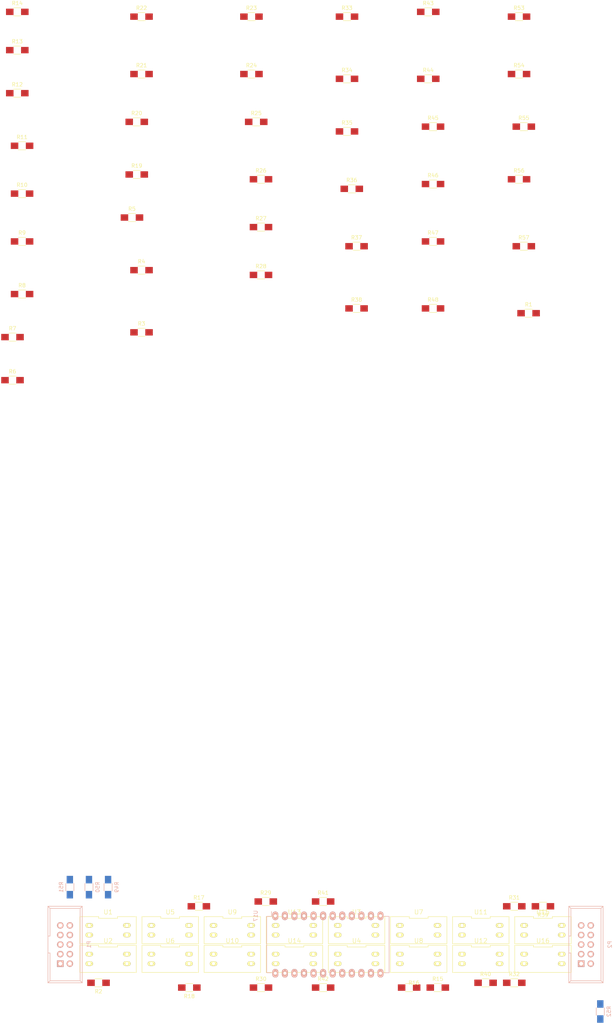
<source format=kicad_pcb>
(kicad_pcb (version 4) (host pcbnew 4.0.1-3.201512221401+6198~38~ubuntu15.10.1-stable)

  (general
    (links 148)
    (no_connects 148)
    (area 0 0 0 0)
    (thickness 1.6)
    (drawings 0)
    (tracks 0)
    (zones 0)
    (modules 76)
    (nets 75)
  )

  (page A4)
  (layers
    (0 F.Cu signal)
    (31 B.Cu signal)
    (32 B.Adhes user)
    (33 F.Adhes user)
    (34 B.Paste user)
    (35 F.Paste user)
    (36 B.SilkS user)
    (37 F.SilkS user)
    (38 B.Mask user)
    (39 F.Mask user)
    (40 Dwgs.User user)
    (41 Cmts.User user)
    (42 Eco1.User user)
    (43 Eco2.User user)
    (44 Edge.Cuts user)
    (45 Margin user)
    (46 B.CrtYd user)
    (47 F.CrtYd user)
    (48 B.Fab user)
    (49 F.Fab user)
  )

  (setup
    (last_trace_width 0.25)
    (trace_clearance 0.2)
    (zone_clearance 0.508)
    (zone_45_only no)
    (trace_min 0.2)
    (segment_width 0.2)
    (edge_width 0.15)
    (via_size 0.6)
    (via_drill 0.4)
    (via_min_size 0.4)
    (via_min_drill 0.3)
    (uvia_size 0.3)
    (uvia_drill 0.1)
    (uvias_allowed no)
    (uvia_min_size 0.2)
    (uvia_min_drill 0.1)
    (pcb_text_width 0.3)
    (pcb_text_size 1.5 1.5)
    (mod_edge_width 0.15)
    (mod_text_size 1 1)
    (mod_text_width 0.15)
    (pad_size 1.524 1.524)
    (pad_drill 0.762)
    (pad_to_mask_clearance 0.2)
    (aux_axis_origin 0 0)
    (visible_elements 7FFFF7FF)
    (pcbplotparams
      (layerselection 0x00030_80000001)
      (usegerberextensions false)
      (excludeedgelayer true)
      (linewidth 0.100000)
      (plotframeref false)
      (viasonmask false)
      (mode 1)
      (useauxorigin false)
      (hpglpennumber 1)
      (hpglpenspeed 20)
      (hpglpendiameter 15)
      (hpglpenoverlay 2)
      (psnegative false)
      (psa4output false)
      (plotreference true)
      (plotvalue true)
      (plotinvisibletext false)
      (padsonsilk false)
      (subtractmaskfromsilk false)
      (outputformat 1)
      (mirror false)
      (drillshape 1)
      (scaleselection 1)
      (outputdirectory ""))
  )

  (net 0 "")
  (net 1 GND)
  (net 2 +5V)
  (net 3 "Net-(R1-Pad2)")
  (net 4 "Net-(R2-Pad2)")
  (net 5 "Net-(R3-Pad2)")
  (net 6 "Net-(R4-Pad2)")
  (net 7 "Net-(R5-Pad1)")
  (net 8 "Net-(R6-Pad1)")
  (net 9 "Net-(R7-Pad1)")
  (net 10 "Net-(R8-Pad1)")
  (net 11 "Net-(R9-Pad2)")
  (net 12 "Net-(R10-Pad2)")
  (net 13 /D1)
  (net 14 /D9)
  (net 15 "Net-(R13-Pad2)")
  (net 16 "Net-(R14-Pad2)")
  (net 17 "Net-(R15-Pad2)")
  (net 18 "Net-(R16-Pad2)")
  (net 19 "Net-(R17-Pad1)")
  (net 20 "Net-(R18-Pad1)")
  (net 21 "Net-(R19-Pad1)")
  (net 22 "Net-(R20-Pad1)")
  (net 23 "Net-(R21-Pad2)")
  (net 24 "Net-(R22-Pad2)")
  (net 25 /D3)
  (net 26 /D11)
  (net 27 "Net-(R25-Pad2)")
  (net 28 "Net-(R26-Pad2)")
  (net 29 "Net-(R27-Pad2)")
  (net 30 "Net-(R28-Pad2)")
  (net 31 "Net-(R29-Pad1)")
  (net 32 "Net-(R30-Pad1)")
  (net 33 "Net-(R31-Pad1)")
  (net 34 "Net-(R32-Pad1)")
  (net 35 "Net-(R33-Pad2)")
  (net 36 "Net-(R34-Pad2)")
  (net 37 /D5)
  (net 38 /D13)
  (net 39 "Net-(R37-Pad2)")
  (net 40 "Net-(R38-Pad2)")
  (net 41 "Net-(R39-Pad2)")
  (net 42 "Net-(R40-Pad2)")
  (net 43 "Net-(R41-Pad1)")
  (net 44 "Net-(R42-Pad1)")
  (net 45 "Net-(R43-Pad1)")
  (net 46 "Net-(R44-Pad1)")
  (net 47 "Net-(R45-Pad2)")
  (net 48 "Net-(R46-Pad2)")
  (net 49 /D7)
  (net 50 /D15)
  (net 51 /A0)
  (net 52 "Net-(P1-Pad4)")
  (net 53 /A1)
  (net 54 "Net-(P1-Pad6)")
  (net 55 /A2)
  (net 56 "Net-(P1-Pad8)")
  (net 57 "Net-(R52-Pad1)")
  (net 58 "Net-(R53-Pad2)")
  (net 59 "Net-(R54-Pad1)")
  (net 60 "Net-(R55-Pad2)")
  (net 61 "Net-(R56-Pad1)")
  (net 62 "Net-(R57-Pad2)")
  (net 63 /SCL)
  (net 64 /SDA)
  (net 65 /INT#)
  (net 66 /5V)
  (net 67 /D0)
  (net 68 /D2)
  (net 69 /D4)
  (net 70 /D6)
  (net 71 /D8)
  (net 72 /D10)
  (net 73 /D12)
  (net 74 /D14)

  (net_class Default "This is the default net class."
    (clearance 0.2)
    (trace_width 0.25)
    (via_dia 0.6)
    (via_drill 0.4)
    (uvia_dia 0.3)
    (uvia_drill 0.1)
    (add_net +5V)
    (add_net /5V)
    (add_net /A0)
    (add_net /A1)
    (add_net /A2)
    (add_net /D0)
    (add_net /D1)
    (add_net /D10)
    (add_net /D11)
    (add_net /D12)
    (add_net /D13)
    (add_net /D14)
    (add_net /D15)
    (add_net /D2)
    (add_net /D3)
    (add_net /D4)
    (add_net /D5)
    (add_net /D6)
    (add_net /D7)
    (add_net /D8)
    (add_net /D9)
    (add_net /INT#)
    (add_net /SCL)
    (add_net /SDA)
    (add_net GND)
    (add_net "Net-(P1-Pad4)")
    (add_net "Net-(P1-Pad6)")
    (add_net "Net-(P1-Pad8)")
    (add_net "Net-(R1-Pad2)")
    (add_net "Net-(R10-Pad2)")
    (add_net "Net-(R13-Pad2)")
    (add_net "Net-(R14-Pad2)")
    (add_net "Net-(R15-Pad2)")
    (add_net "Net-(R16-Pad2)")
    (add_net "Net-(R17-Pad1)")
    (add_net "Net-(R18-Pad1)")
    (add_net "Net-(R19-Pad1)")
    (add_net "Net-(R2-Pad2)")
    (add_net "Net-(R20-Pad1)")
    (add_net "Net-(R21-Pad2)")
    (add_net "Net-(R22-Pad2)")
    (add_net "Net-(R25-Pad2)")
    (add_net "Net-(R26-Pad2)")
    (add_net "Net-(R27-Pad2)")
    (add_net "Net-(R28-Pad2)")
    (add_net "Net-(R29-Pad1)")
    (add_net "Net-(R3-Pad2)")
    (add_net "Net-(R30-Pad1)")
    (add_net "Net-(R31-Pad1)")
    (add_net "Net-(R32-Pad1)")
    (add_net "Net-(R33-Pad2)")
    (add_net "Net-(R34-Pad2)")
    (add_net "Net-(R37-Pad2)")
    (add_net "Net-(R38-Pad2)")
    (add_net "Net-(R39-Pad2)")
    (add_net "Net-(R4-Pad2)")
    (add_net "Net-(R40-Pad2)")
    (add_net "Net-(R41-Pad1)")
    (add_net "Net-(R42-Pad1)")
    (add_net "Net-(R43-Pad1)")
    (add_net "Net-(R44-Pad1)")
    (add_net "Net-(R45-Pad2)")
    (add_net "Net-(R46-Pad2)")
    (add_net "Net-(R5-Pad1)")
    (add_net "Net-(R52-Pad1)")
    (add_net "Net-(R53-Pad2)")
    (add_net "Net-(R54-Pad1)")
    (add_net "Net-(R55-Pad2)")
    (add_net "Net-(R56-Pad1)")
    (add_net "Net-(R57-Pad2)")
    (add_net "Net-(R6-Pad1)")
    (add_net "Net-(R7-Pad1)")
    (add_net "Net-(R8-Pad1)")
    (add_net "Net-(R9-Pad2)")
  )

  (module Connect:IDC_Header_Straight_10pins (layer B.Cu) (tedit 0) (tstamp 56CC625B)
    (at 73.66 107.95 90)
    (descr "10 pins through hole IDC header")
    (tags "IDC header socket VASCH")
    (path /56CBAFB7)
    (fp_text reference P1 (at 5.08 7.62 90) (layer B.SilkS)
      (effects (font (size 1 1) (thickness 0.15)) (justify mirror))
    )
    (fp_text value HE10-10 (at 5.08 -5.223 90) (layer B.Fab)
      (effects (font (size 1 1) (thickness 0.15)) (justify mirror))
    )
    (fp_line (start -5.08 5.82) (end 15.24 5.82) (layer B.SilkS) (width 0.15))
    (fp_line (start -4.54 5.27) (end 14.68 5.27) (layer B.SilkS) (width 0.15))
    (fp_line (start -5.08 -3.28) (end 15.24 -3.28) (layer B.SilkS) (width 0.15))
    (fp_line (start -4.54 -2.73) (end 2.83 -2.73) (layer B.SilkS) (width 0.15))
    (fp_line (start 7.33 -2.73) (end 14.68 -2.73) (layer B.SilkS) (width 0.15))
    (fp_line (start 2.83 -2.73) (end 2.83 -3.28) (layer B.SilkS) (width 0.15))
    (fp_line (start 7.33 -2.73) (end 7.33 -3.28) (layer B.SilkS) (width 0.15))
    (fp_line (start -5.08 5.82) (end -5.08 -3.28) (layer B.SilkS) (width 0.15))
    (fp_line (start -4.54 5.27) (end -4.54 -2.73) (layer B.SilkS) (width 0.15))
    (fp_line (start 15.24 5.82) (end 15.24 -3.28) (layer B.SilkS) (width 0.15))
    (fp_line (start 14.68 5.27) (end 14.68 -2.73) (layer B.SilkS) (width 0.15))
    (fp_line (start -5.08 5.82) (end -4.54 5.27) (layer B.SilkS) (width 0.15))
    (fp_line (start 15.24 5.82) (end 14.68 5.27) (layer B.SilkS) (width 0.15))
    (fp_line (start -5.08 -3.28) (end -4.54 -2.73) (layer B.SilkS) (width 0.15))
    (fp_line (start 15.24 -3.28) (end 14.68 -2.73) (layer B.SilkS) (width 0.15))
    (fp_line (start -5.35 6.05) (end 15.5 6.05) (layer B.CrtYd) (width 0.05))
    (fp_line (start 15.5 6.05) (end 15.5 -3.55) (layer B.CrtYd) (width 0.05))
    (fp_line (start 15.5 -3.55) (end -5.35 -3.55) (layer B.CrtYd) (width 0.05))
    (fp_line (start -5.35 -3.55) (end -5.35 6.05) (layer B.CrtYd) (width 0.05))
    (pad 1 thru_hole rect (at 0 0 90) (size 1.7272 1.7272) (drill 1.016) (layers *.Cu *.Mask B.SilkS)
      (net 1 GND))
    (pad 2 thru_hole oval (at 0 2.54 90) (size 1.7272 1.7272) (drill 1.016) (layers *.Cu *.Mask B.SilkS)
      (net 1 GND))
    (pad 3 thru_hole oval (at 2.54 0 90) (size 1.7272 1.7272) (drill 1.016) (layers *.Cu *.Mask B.SilkS)
      (net 63 /SCL))
    (pad 4 thru_hole oval (at 2.54 2.54 90) (size 1.7272 1.7272) (drill 1.016) (layers *.Cu *.Mask B.SilkS)
      (net 52 "Net-(P1-Pad4)"))
    (pad 5 thru_hole oval (at 5.08 0 90) (size 1.7272 1.7272) (drill 1.016) (layers *.Cu *.Mask B.SilkS)
      (net 64 /SDA))
    (pad 6 thru_hole oval (at 5.08 2.54 90) (size 1.7272 1.7272) (drill 1.016) (layers *.Cu *.Mask B.SilkS)
      (net 54 "Net-(P1-Pad6)"))
    (pad 7 thru_hole oval (at 7.62 0 90) (size 1.7272 1.7272) (drill 1.016) (layers *.Cu *.Mask B.SilkS)
      (net 65 /INT#))
    (pad 8 thru_hole oval (at 7.62 2.54 90) (size 1.7272 1.7272) (drill 1.016) (layers *.Cu *.Mask B.SilkS)
      (net 56 "Net-(P1-Pad8)"))
    (pad 9 thru_hole oval (at 10.16 0 90) (size 1.7272 1.7272) (drill 1.016) (layers *.Cu *.Mask B.SilkS)
      (net 66 /5V))
    (pad 10 thru_hole oval (at 10.16 2.54 90) (size 1.7272 1.7272) (drill 1.016) (layers *.Cu *.Mask B.SilkS)
      (net 66 /5V))
  )

  (module Connect:IDC_Header_Straight_10pins (layer B.Cu) (tedit 0) (tstamp 56CC627C)
    (at 212.09 107.95 90)
    (descr "10 pins through hole IDC header")
    (tags "IDC header socket VASCH")
    (path /56CBB103)
    (fp_text reference P2 (at 5.08 7.62 90) (layer B.SilkS)
      (effects (font (size 1 1) (thickness 0.15)) (justify mirror))
    )
    (fp_text value HE10-10 (at 5.08 -5.223 90) (layer B.Fab)
      (effects (font (size 1 1) (thickness 0.15)) (justify mirror))
    )
    (fp_line (start -5.08 5.82) (end 15.24 5.82) (layer B.SilkS) (width 0.15))
    (fp_line (start -4.54 5.27) (end 14.68 5.27) (layer B.SilkS) (width 0.15))
    (fp_line (start -5.08 -3.28) (end 15.24 -3.28) (layer B.SilkS) (width 0.15))
    (fp_line (start -4.54 -2.73) (end 2.83 -2.73) (layer B.SilkS) (width 0.15))
    (fp_line (start 7.33 -2.73) (end 14.68 -2.73) (layer B.SilkS) (width 0.15))
    (fp_line (start 2.83 -2.73) (end 2.83 -3.28) (layer B.SilkS) (width 0.15))
    (fp_line (start 7.33 -2.73) (end 7.33 -3.28) (layer B.SilkS) (width 0.15))
    (fp_line (start -5.08 5.82) (end -5.08 -3.28) (layer B.SilkS) (width 0.15))
    (fp_line (start -4.54 5.27) (end -4.54 -2.73) (layer B.SilkS) (width 0.15))
    (fp_line (start 15.24 5.82) (end 15.24 -3.28) (layer B.SilkS) (width 0.15))
    (fp_line (start 14.68 5.27) (end 14.68 -2.73) (layer B.SilkS) (width 0.15))
    (fp_line (start -5.08 5.82) (end -4.54 5.27) (layer B.SilkS) (width 0.15))
    (fp_line (start 15.24 5.82) (end 14.68 5.27) (layer B.SilkS) (width 0.15))
    (fp_line (start -5.08 -3.28) (end -4.54 -2.73) (layer B.SilkS) (width 0.15))
    (fp_line (start 15.24 -3.28) (end 14.68 -2.73) (layer B.SilkS) (width 0.15))
    (fp_line (start -5.35 6.05) (end 15.5 6.05) (layer B.CrtYd) (width 0.05))
    (fp_line (start 15.5 6.05) (end 15.5 -3.55) (layer B.CrtYd) (width 0.05))
    (fp_line (start 15.5 -3.55) (end -5.35 -3.55) (layer B.CrtYd) (width 0.05))
    (fp_line (start -5.35 -3.55) (end -5.35 6.05) (layer B.CrtYd) (width 0.05))
    (pad 1 thru_hole rect (at 0 0 90) (size 1.7272 1.7272) (drill 1.016) (layers *.Cu *.Mask B.SilkS)
      (net 1 GND))
    (pad 2 thru_hole oval (at 0 2.54 90) (size 1.7272 1.7272) (drill 1.016) (layers *.Cu *.Mask B.SilkS)
      (net 1 GND))
    (pad 3 thru_hole oval (at 2.54 0 90) (size 1.7272 1.7272) (drill 1.016) (layers *.Cu *.Mask B.SilkS)
      (net 63 /SCL))
    (pad 4 thru_hole oval (at 2.54 2.54 90) (size 1.7272 1.7272) (drill 1.016) (layers *.Cu *.Mask B.SilkS)
      (net 55 /A2))
    (pad 5 thru_hole oval (at 5.08 0 90) (size 1.7272 1.7272) (drill 1.016) (layers *.Cu *.Mask B.SilkS)
      (net 64 /SDA))
    (pad 6 thru_hole oval (at 5.08 2.54 90) (size 1.7272 1.7272) (drill 1.016) (layers *.Cu *.Mask B.SilkS)
      (net 51 /A0))
    (pad 7 thru_hole oval (at 7.62 0 90) (size 1.7272 1.7272) (drill 1.016) (layers *.Cu *.Mask B.SilkS)
      (net 65 /INT#))
    (pad 8 thru_hole oval (at 7.62 2.54 90) (size 1.7272 1.7272) (drill 1.016) (layers *.Cu *.Mask B.SilkS)
      (net 53 /A1))
    (pad 9 thru_hole oval (at 10.16 0 90) (size 1.7272 1.7272) (drill 1.016) (layers *.Cu *.Mask B.SilkS)
      (net 66 /5V))
    (pad 10 thru_hole oval (at 10.16 2.54 90) (size 1.7272 1.7272) (drill 1.016) (layers *.Cu *.Mask B.SilkS)
      (net 66 /5V))
  )

  (module counter_footprint:ITR9608_DIP-4_0_ELL (layer F.Cu) (tedit 56CC5CD1) (tstamp 56CC628C)
    (at 86.36 99.06 270)
    (path /56A61594)
    (fp_text reference U1 (at -4.8 0 360) (layer F.SilkS)
      (effects (font (size 1.2 1.2) (thickness 0.15)))
    )
    (fp_text value IN_0 (at 0 -8.89 270) (layer F.Fab)
      (effects (font (size 1.2 1.2) (thickness 0.15)))
    )
    (fp_line (start -3.6 7.5) (end 3.599999 7.5) (layer F.SilkS) (width 0.15))
    (fp_line (start 3.599999 7.5) (end 3.6 -7.5) (layer F.SilkS) (width 0.15))
    (fp_line (start 3.6 -7.5) (end -3.599999 -7.5) (layer F.SilkS) (width 0.15))
    (fp_line (start -3.599999 -7.5) (end -3.6 -2.5) (layer F.SilkS) (width 0.15))
    (fp_line (start -3.6 -2.5) (end -3.15 -2.5) (layer F.SilkS) (width 0.15))
    (fp_line (start -3.15 -2.5) (end -3.15 2.5) (layer F.SilkS) (width 0.15))
    (fp_line (start -3.15 2.5) (end -3.6 2.5) (layer F.SilkS) (width 0.15))
    (fp_line (start -3.6 2.5) (end -3.6 7.5) (layer F.SilkS) (width 0.15))
    (pad 4 thru_hole oval (at -1.27 -5 270) (size 1.2 2) (drill 0.8) (layers *.Cu *.Mask F.SilkS)
      (net 7 "Net-(R5-Pad1)"))
    (pad 1 thru_hole oval (at -1.27 5 270) (size 1.2 2) (drill 0.8) (layers *.Cu *.Mask F.SilkS)
      (net 3 "Net-(R1-Pad2)"))
    (pad 3 thru_hole oval (at 1.27 -5 270) (size 1.2 2) (drill 0.8) (layers *.Cu *.Mask F.SilkS)
      (net 11 "Net-(R9-Pad2)"))
    (pad 2 thru_hole oval (at 1.27 5 270) (size 1.2 2) (drill 0.8) (layers *.Cu *.Mask F.SilkS)
      (net 1 GND))
  )

  (module counter_footprint:ITR9608_DIP-4_0_ELL (layer F.Cu) (tedit 56CC5CD1) (tstamp 56CC629C)
    (at 86.36 106.68 270)
    (path /56A61742)
    (fp_text reference U2 (at -4.8 0 360) (layer F.SilkS)
      (effects (font (size 1.2 1.2) (thickness 0.15)))
    )
    (fp_text value OUT_0 (at 0 -8.89 270) (layer F.Fab)
      (effects (font (size 1.2 1.2) (thickness 0.15)))
    )
    (fp_line (start -3.6 7.5) (end 3.599999 7.5) (layer F.SilkS) (width 0.15))
    (fp_line (start 3.599999 7.5) (end 3.6 -7.5) (layer F.SilkS) (width 0.15))
    (fp_line (start 3.6 -7.5) (end -3.599999 -7.5) (layer F.SilkS) (width 0.15))
    (fp_line (start -3.599999 -7.5) (end -3.6 -2.5) (layer F.SilkS) (width 0.15))
    (fp_line (start -3.6 -2.5) (end -3.15 -2.5) (layer F.SilkS) (width 0.15))
    (fp_line (start -3.15 -2.5) (end -3.15 2.5) (layer F.SilkS) (width 0.15))
    (fp_line (start -3.15 2.5) (end -3.6 2.5) (layer F.SilkS) (width 0.15))
    (fp_line (start -3.6 2.5) (end -3.6 7.5) (layer F.SilkS) (width 0.15))
    (pad 4 thru_hole oval (at -1.27 -5 270) (size 1.2 2) (drill 0.8) (layers *.Cu *.Mask F.SilkS)
      (net 8 "Net-(R6-Pad1)"))
    (pad 1 thru_hole oval (at -1.27 5 270) (size 1.2 2) (drill 0.8) (layers *.Cu *.Mask F.SilkS)
      (net 4 "Net-(R2-Pad2)"))
    (pad 3 thru_hole oval (at 1.27 -5 270) (size 1.2 2) (drill 0.8) (layers *.Cu *.Mask F.SilkS)
      (net 13 /D1))
    (pad 2 thru_hole oval (at 1.27 5 270) (size 1.2 2) (drill 0.8) (layers *.Cu *.Mask F.SilkS)
      (net 1 GND))
  )

  (module counter_footprint:ITR9608_DIP-4_0_ELL (layer F.Cu) (tedit 56CC5CD1) (tstamp 56CC62AC)
    (at 152.4 99.06 270)
    (path /56A648DC)
    (fp_text reference U3 (at -4.8 0 360) (layer F.SilkS)
      (effects (font (size 1.2 1.2) (thickness 0.15)))
    )
    (fp_text value IN_4 (at 0 -8.89 270) (layer F.Fab)
      (effects (font (size 1.2 1.2) (thickness 0.15)))
    )
    (fp_line (start -3.6 7.5) (end 3.599999 7.5) (layer F.SilkS) (width 0.15))
    (fp_line (start 3.599999 7.5) (end 3.6 -7.5) (layer F.SilkS) (width 0.15))
    (fp_line (start 3.6 -7.5) (end -3.599999 -7.5) (layer F.SilkS) (width 0.15))
    (fp_line (start -3.599999 -7.5) (end -3.6 -2.5) (layer F.SilkS) (width 0.15))
    (fp_line (start -3.6 -2.5) (end -3.15 -2.5) (layer F.SilkS) (width 0.15))
    (fp_line (start -3.15 -2.5) (end -3.15 2.5) (layer F.SilkS) (width 0.15))
    (fp_line (start -3.15 2.5) (end -3.6 2.5) (layer F.SilkS) (width 0.15))
    (fp_line (start -3.6 2.5) (end -3.6 7.5) (layer F.SilkS) (width 0.15))
    (pad 4 thru_hole oval (at -1.27 -5 270) (size 1.2 2) (drill 0.8) (layers *.Cu *.Mask F.SilkS)
      (net 9 "Net-(R7-Pad1)"))
    (pad 1 thru_hole oval (at -1.27 5 270) (size 1.2 2) (drill 0.8) (layers *.Cu *.Mask F.SilkS)
      (net 5 "Net-(R3-Pad2)"))
    (pad 3 thru_hole oval (at 1.27 -5 270) (size 1.2 2) (drill 0.8) (layers *.Cu *.Mask F.SilkS)
      (net 12 "Net-(R10-Pad2)"))
    (pad 2 thru_hole oval (at 1.27 5 270) (size 1.2 2) (drill 0.8) (layers *.Cu *.Mask F.SilkS)
      (net 1 GND))
  )

  (module counter_footprint:ITR9608_DIP-4_0_ELL (layer F.Cu) (tedit 56CC5CD1) (tstamp 56CC62BC)
    (at 152.4 106.68 270)
    (path /56A648E2)
    (fp_text reference U4 (at -4.8 0 360) (layer F.SilkS)
      (effects (font (size 1.2 1.2) (thickness 0.15)))
    )
    (fp_text value OUT_4 (at 0 -8.89 270) (layer F.Fab)
      (effects (font (size 1.2 1.2) (thickness 0.15)))
    )
    (fp_line (start -3.6 7.5) (end 3.599999 7.5) (layer F.SilkS) (width 0.15))
    (fp_line (start 3.599999 7.5) (end 3.6 -7.5) (layer F.SilkS) (width 0.15))
    (fp_line (start 3.6 -7.5) (end -3.599999 -7.5) (layer F.SilkS) (width 0.15))
    (fp_line (start -3.599999 -7.5) (end -3.6 -2.5) (layer F.SilkS) (width 0.15))
    (fp_line (start -3.6 -2.5) (end -3.15 -2.5) (layer F.SilkS) (width 0.15))
    (fp_line (start -3.15 -2.5) (end -3.15 2.5) (layer F.SilkS) (width 0.15))
    (fp_line (start -3.15 2.5) (end -3.6 2.5) (layer F.SilkS) (width 0.15))
    (fp_line (start -3.6 2.5) (end -3.6 7.5) (layer F.SilkS) (width 0.15))
    (pad 4 thru_hole oval (at -1.27 -5 270) (size 1.2 2) (drill 0.8) (layers *.Cu *.Mask F.SilkS)
      (net 10 "Net-(R8-Pad1)"))
    (pad 1 thru_hole oval (at -1.27 5 270) (size 1.2 2) (drill 0.8) (layers *.Cu *.Mask F.SilkS)
      (net 6 "Net-(R4-Pad2)"))
    (pad 3 thru_hole oval (at 1.27 -5 270) (size 1.2 2) (drill 0.8) (layers *.Cu *.Mask F.SilkS)
      (net 14 /D9))
    (pad 2 thru_hole oval (at 1.27 5 270) (size 1.2 2) (drill 0.8) (layers *.Cu *.Mask F.SilkS)
      (net 1 GND))
  )

  (module counter_footprint:ITR9608_DIP-4_0_ELL (layer F.Cu) (tedit 56CC5CD1) (tstamp 56CC62CC)
    (at 102.87 99.06 270)
    (path /56A62F43)
    (fp_text reference U5 (at -4.8 0 360) (layer F.SilkS)
      (effects (font (size 1.2 1.2) (thickness 0.15)))
    )
    (fp_text value IN_1 (at 0 -8.89 270) (layer F.Fab)
      (effects (font (size 1.2 1.2) (thickness 0.15)))
    )
    (fp_line (start -3.6 7.5) (end 3.599999 7.5) (layer F.SilkS) (width 0.15))
    (fp_line (start 3.599999 7.5) (end 3.6 -7.5) (layer F.SilkS) (width 0.15))
    (fp_line (start 3.6 -7.5) (end -3.599999 -7.5) (layer F.SilkS) (width 0.15))
    (fp_line (start -3.599999 -7.5) (end -3.6 -2.5) (layer F.SilkS) (width 0.15))
    (fp_line (start -3.6 -2.5) (end -3.15 -2.5) (layer F.SilkS) (width 0.15))
    (fp_line (start -3.15 -2.5) (end -3.15 2.5) (layer F.SilkS) (width 0.15))
    (fp_line (start -3.15 2.5) (end -3.6 2.5) (layer F.SilkS) (width 0.15))
    (fp_line (start -3.6 2.5) (end -3.6 7.5) (layer F.SilkS) (width 0.15))
    (pad 4 thru_hole oval (at -1.27 -5 270) (size 1.2 2) (drill 0.8) (layers *.Cu *.Mask F.SilkS)
      (net 19 "Net-(R17-Pad1)"))
    (pad 1 thru_hole oval (at -1.27 5 270) (size 1.2 2) (drill 0.8) (layers *.Cu *.Mask F.SilkS)
      (net 15 "Net-(R13-Pad2)"))
    (pad 3 thru_hole oval (at 1.27 -5 270) (size 1.2 2) (drill 0.8) (layers *.Cu *.Mask F.SilkS)
      (net 23 "Net-(R21-Pad2)"))
    (pad 2 thru_hole oval (at 1.27 5 270) (size 1.2 2) (drill 0.8) (layers *.Cu *.Mask F.SilkS)
      (net 1 GND))
  )

  (module counter_footprint:ITR9608_DIP-4_0_ELL (layer F.Cu) (tedit 56CC5CD1) (tstamp 56CC62DC)
    (at 102.87 106.68 270)
    (path /56A62F49)
    (fp_text reference U6 (at -4.8 0 360) (layer F.SilkS)
      (effects (font (size 1.2 1.2) (thickness 0.15)))
    )
    (fp_text value OUT_1 (at 0 -8.89 270) (layer F.Fab)
      (effects (font (size 1.2 1.2) (thickness 0.15)))
    )
    (fp_line (start -3.6 7.5) (end 3.599999 7.5) (layer F.SilkS) (width 0.15))
    (fp_line (start 3.599999 7.5) (end 3.6 -7.5) (layer F.SilkS) (width 0.15))
    (fp_line (start 3.6 -7.5) (end -3.599999 -7.5) (layer F.SilkS) (width 0.15))
    (fp_line (start -3.599999 -7.5) (end -3.6 -2.5) (layer F.SilkS) (width 0.15))
    (fp_line (start -3.6 -2.5) (end -3.15 -2.5) (layer F.SilkS) (width 0.15))
    (fp_line (start -3.15 -2.5) (end -3.15 2.5) (layer F.SilkS) (width 0.15))
    (fp_line (start -3.15 2.5) (end -3.6 2.5) (layer F.SilkS) (width 0.15))
    (fp_line (start -3.6 2.5) (end -3.6 7.5) (layer F.SilkS) (width 0.15))
    (pad 4 thru_hole oval (at -1.27 -5 270) (size 1.2 2) (drill 0.8) (layers *.Cu *.Mask F.SilkS)
      (net 20 "Net-(R18-Pad1)"))
    (pad 1 thru_hole oval (at -1.27 5 270) (size 1.2 2) (drill 0.8) (layers *.Cu *.Mask F.SilkS)
      (net 16 "Net-(R14-Pad2)"))
    (pad 3 thru_hole oval (at 1.27 -5 270) (size 1.2 2) (drill 0.8) (layers *.Cu *.Mask F.SilkS)
      (net 25 /D3))
    (pad 2 thru_hole oval (at 1.27 5 270) (size 1.2 2) (drill 0.8) (layers *.Cu *.Mask F.SilkS)
      (net 1 GND))
  )

  (module counter_footprint:ITR9608_DIP-4_0_ELL (layer F.Cu) (tedit 56CC5CD1) (tstamp 56CC62EC)
    (at 168.91 99.06 270)
    (path /56A64922)
    (fp_text reference U7 (at -4.8 0 360) (layer F.SilkS)
      (effects (font (size 1.2 1.2) (thickness 0.15)))
    )
    (fp_text value IN_5 (at 0 -8.89 270) (layer F.Fab)
      (effects (font (size 1.2 1.2) (thickness 0.15)))
    )
    (fp_line (start -3.6 7.5) (end 3.599999 7.5) (layer F.SilkS) (width 0.15))
    (fp_line (start 3.599999 7.5) (end 3.6 -7.5) (layer F.SilkS) (width 0.15))
    (fp_line (start 3.6 -7.5) (end -3.599999 -7.5) (layer F.SilkS) (width 0.15))
    (fp_line (start -3.599999 -7.5) (end -3.6 -2.5) (layer F.SilkS) (width 0.15))
    (fp_line (start -3.6 -2.5) (end -3.15 -2.5) (layer F.SilkS) (width 0.15))
    (fp_line (start -3.15 -2.5) (end -3.15 2.5) (layer F.SilkS) (width 0.15))
    (fp_line (start -3.15 2.5) (end -3.6 2.5) (layer F.SilkS) (width 0.15))
    (fp_line (start -3.6 2.5) (end -3.6 7.5) (layer F.SilkS) (width 0.15))
    (pad 4 thru_hole oval (at -1.27 -5 270) (size 1.2 2) (drill 0.8) (layers *.Cu *.Mask F.SilkS)
      (net 21 "Net-(R19-Pad1)"))
    (pad 1 thru_hole oval (at -1.27 5 270) (size 1.2 2) (drill 0.8) (layers *.Cu *.Mask F.SilkS)
      (net 17 "Net-(R15-Pad2)"))
    (pad 3 thru_hole oval (at 1.27 -5 270) (size 1.2 2) (drill 0.8) (layers *.Cu *.Mask F.SilkS)
      (net 24 "Net-(R22-Pad2)"))
    (pad 2 thru_hole oval (at 1.27 5 270) (size 1.2 2) (drill 0.8) (layers *.Cu *.Mask F.SilkS)
      (net 1 GND))
  )

  (module counter_footprint:ITR9608_DIP-4_0_ELL (layer F.Cu) (tedit 56CC5CD1) (tstamp 56CC62FC)
    (at 168.91 106.68 270)
    (path /56A64928)
    (fp_text reference U8 (at -4.8 0 360) (layer F.SilkS)
      (effects (font (size 1.2 1.2) (thickness 0.15)))
    )
    (fp_text value OUT_5 (at 0 -8.89 270) (layer F.Fab)
      (effects (font (size 1.2 1.2) (thickness 0.15)))
    )
    (fp_line (start -3.6 7.5) (end 3.599999 7.5) (layer F.SilkS) (width 0.15))
    (fp_line (start 3.599999 7.5) (end 3.6 -7.5) (layer F.SilkS) (width 0.15))
    (fp_line (start 3.6 -7.5) (end -3.599999 -7.5) (layer F.SilkS) (width 0.15))
    (fp_line (start -3.599999 -7.5) (end -3.6 -2.5) (layer F.SilkS) (width 0.15))
    (fp_line (start -3.6 -2.5) (end -3.15 -2.5) (layer F.SilkS) (width 0.15))
    (fp_line (start -3.15 -2.5) (end -3.15 2.5) (layer F.SilkS) (width 0.15))
    (fp_line (start -3.15 2.5) (end -3.6 2.5) (layer F.SilkS) (width 0.15))
    (fp_line (start -3.6 2.5) (end -3.6 7.5) (layer F.SilkS) (width 0.15))
    (pad 4 thru_hole oval (at -1.27 -5 270) (size 1.2 2) (drill 0.8) (layers *.Cu *.Mask F.SilkS)
      (net 22 "Net-(R20-Pad1)"))
    (pad 1 thru_hole oval (at -1.27 5 270) (size 1.2 2) (drill 0.8) (layers *.Cu *.Mask F.SilkS)
      (net 18 "Net-(R16-Pad2)"))
    (pad 3 thru_hole oval (at 1.27 -5 270) (size 1.2 2) (drill 0.8) (layers *.Cu *.Mask F.SilkS)
      (net 26 /D11))
    (pad 2 thru_hole oval (at 1.27 5 270) (size 1.2 2) (drill 0.8) (layers *.Cu *.Mask F.SilkS)
      (net 1 GND))
  )

  (module counter_footprint:ITR9608_DIP-4_0_ELL (layer F.Cu) (tedit 56CC5CD1) (tstamp 56CC630C)
    (at 119.38 99.06 270)
    (path /56A63514)
    (fp_text reference U9 (at -4.8 0 360) (layer F.SilkS)
      (effects (font (size 1.2 1.2) (thickness 0.15)))
    )
    (fp_text value IN_2 (at 0 -8.89 270) (layer F.Fab)
      (effects (font (size 1.2 1.2) (thickness 0.15)))
    )
    (fp_line (start -3.6 7.5) (end 3.599999 7.5) (layer F.SilkS) (width 0.15))
    (fp_line (start 3.599999 7.5) (end 3.6 -7.5) (layer F.SilkS) (width 0.15))
    (fp_line (start 3.6 -7.5) (end -3.599999 -7.5) (layer F.SilkS) (width 0.15))
    (fp_line (start -3.599999 -7.5) (end -3.6 -2.5) (layer F.SilkS) (width 0.15))
    (fp_line (start -3.6 -2.5) (end -3.15 -2.5) (layer F.SilkS) (width 0.15))
    (fp_line (start -3.15 -2.5) (end -3.15 2.5) (layer F.SilkS) (width 0.15))
    (fp_line (start -3.15 2.5) (end -3.6 2.5) (layer F.SilkS) (width 0.15))
    (fp_line (start -3.6 2.5) (end -3.6 7.5) (layer F.SilkS) (width 0.15))
    (pad 4 thru_hole oval (at -1.27 -5 270) (size 1.2 2) (drill 0.8) (layers *.Cu *.Mask F.SilkS)
      (net 31 "Net-(R29-Pad1)"))
    (pad 1 thru_hole oval (at -1.27 5 270) (size 1.2 2) (drill 0.8) (layers *.Cu *.Mask F.SilkS)
      (net 27 "Net-(R25-Pad2)"))
    (pad 3 thru_hole oval (at 1.27 -5 270) (size 1.2 2) (drill 0.8) (layers *.Cu *.Mask F.SilkS)
      (net 35 "Net-(R33-Pad2)"))
    (pad 2 thru_hole oval (at 1.27 5 270) (size 1.2 2) (drill 0.8) (layers *.Cu *.Mask F.SilkS)
      (net 1 GND))
  )

  (module counter_footprint:ITR9608_DIP-4_0_ELL (layer F.Cu) (tedit 56CC5CD1) (tstamp 56CC631C)
    (at 119.38 106.68 270)
    (path /56A6351A)
    (fp_text reference U10 (at -4.8 0 360) (layer F.SilkS)
      (effects (font (size 1.2 1.2) (thickness 0.15)))
    )
    (fp_text value OUT_2 (at 0 -8.89 270) (layer F.Fab)
      (effects (font (size 1.2 1.2) (thickness 0.15)))
    )
    (fp_line (start -3.6 7.5) (end 3.599999 7.5) (layer F.SilkS) (width 0.15))
    (fp_line (start 3.599999 7.5) (end 3.6 -7.5) (layer F.SilkS) (width 0.15))
    (fp_line (start 3.6 -7.5) (end -3.599999 -7.5) (layer F.SilkS) (width 0.15))
    (fp_line (start -3.599999 -7.5) (end -3.6 -2.5) (layer F.SilkS) (width 0.15))
    (fp_line (start -3.6 -2.5) (end -3.15 -2.5) (layer F.SilkS) (width 0.15))
    (fp_line (start -3.15 -2.5) (end -3.15 2.5) (layer F.SilkS) (width 0.15))
    (fp_line (start -3.15 2.5) (end -3.6 2.5) (layer F.SilkS) (width 0.15))
    (fp_line (start -3.6 2.5) (end -3.6 7.5) (layer F.SilkS) (width 0.15))
    (pad 4 thru_hole oval (at -1.27 -5 270) (size 1.2 2) (drill 0.8) (layers *.Cu *.Mask F.SilkS)
      (net 32 "Net-(R30-Pad1)"))
    (pad 1 thru_hole oval (at -1.27 5 270) (size 1.2 2) (drill 0.8) (layers *.Cu *.Mask F.SilkS)
      (net 28 "Net-(R26-Pad2)"))
    (pad 3 thru_hole oval (at 1.27 -5 270) (size 1.2 2) (drill 0.8) (layers *.Cu *.Mask F.SilkS)
      (net 37 /D5))
    (pad 2 thru_hole oval (at 1.27 5 270) (size 1.2 2) (drill 0.8) (layers *.Cu *.Mask F.SilkS)
      (net 1 GND))
  )

  (module counter_footprint:ITR9608_DIP-4_0_ELL (layer F.Cu) (tedit 56CC5CD1) (tstamp 56CC632C)
    (at 185.42 99.06 270)
    (path /56A64968)
    (fp_text reference U11 (at -4.8 0 360) (layer F.SilkS)
      (effects (font (size 1.2 1.2) (thickness 0.15)))
    )
    (fp_text value IN_6 (at 0 -8.89 270) (layer F.Fab)
      (effects (font (size 1.2 1.2) (thickness 0.15)))
    )
    (fp_line (start -3.6 7.5) (end 3.599999 7.5) (layer F.SilkS) (width 0.15))
    (fp_line (start 3.599999 7.5) (end 3.6 -7.5) (layer F.SilkS) (width 0.15))
    (fp_line (start 3.6 -7.5) (end -3.599999 -7.5) (layer F.SilkS) (width 0.15))
    (fp_line (start -3.599999 -7.5) (end -3.6 -2.5) (layer F.SilkS) (width 0.15))
    (fp_line (start -3.6 -2.5) (end -3.15 -2.5) (layer F.SilkS) (width 0.15))
    (fp_line (start -3.15 -2.5) (end -3.15 2.5) (layer F.SilkS) (width 0.15))
    (fp_line (start -3.15 2.5) (end -3.6 2.5) (layer F.SilkS) (width 0.15))
    (fp_line (start -3.6 2.5) (end -3.6 7.5) (layer F.SilkS) (width 0.15))
    (pad 4 thru_hole oval (at -1.27 -5 270) (size 1.2 2) (drill 0.8) (layers *.Cu *.Mask F.SilkS)
      (net 33 "Net-(R31-Pad1)"))
    (pad 1 thru_hole oval (at -1.27 5 270) (size 1.2 2) (drill 0.8) (layers *.Cu *.Mask F.SilkS)
      (net 29 "Net-(R27-Pad2)"))
    (pad 3 thru_hole oval (at 1.27 -5 270) (size 1.2 2) (drill 0.8) (layers *.Cu *.Mask F.SilkS)
      (net 36 "Net-(R34-Pad2)"))
    (pad 2 thru_hole oval (at 1.27 5 270) (size 1.2 2) (drill 0.8) (layers *.Cu *.Mask F.SilkS)
      (net 1 GND))
  )

  (module counter_footprint:ITR9608_DIP-4_0_ELL (layer F.Cu) (tedit 56CC5CD1) (tstamp 56CC633C)
    (at 185.42 106.68 270)
    (path /56A6496E)
    (fp_text reference U12 (at -4.8 0 360) (layer F.SilkS)
      (effects (font (size 1.2 1.2) (thickness 0.15)))
    )
    (fp_text value OUT_6 (at 0 -8.89 270) (layer F.Fab)
      (effects (font (size 1.2 1.2) (thickness 0.15)))
    )
    (fp_line (start -3.6 7.5) (end 3.599999 7.5) (layer F.SilkS) (width 0.15))
    (fp_line (start 3.599999 7.5) (end 3.6 -7.5) (layer F.SilkS) (width 0.15))
    (fp_line (start 3.6 -7.5) (end -3.599999 -7.5) (layer F.SilkS) (width 0.15))
    (fp_line (start -3.599999 -7.5) (end -3.6 -2.5) (layer F.SilkS) (width 0.15))
    (fp_line (start -3.6 -2.5) (end -3.15 -2.5) (layer F.SilkS) (width 0.15))
    (fp_line (start -3.15 -2.5) (end -3.15 2.5) (layer F.SilkS) (width 0.15))
    (fp_line (start -3.15 2.5) (end -3.6 2.5) (layer F.SilkS) (width 0.15))
    (fp_line (start -3.6 2.5) (end -3.6 7.5) (layer F.SilkS) (width 0.15))
    (pad 4 thru_hole oval (at -1.27 -5 270) (size 1.2 2) (drill 0.8) (layers *.Cu *.Mask F.SilkS)
      (net 34 "Net-(R32-Pad1)"))
    (pad 1 thru_hole oval (at -1.27 5 270) (size 1.2 2) (drill 0.8) (layers *.Cu *.Mask F.SilkS)
      (net 30 "Net-(R28-Pad2)"))
    (pad 3 thru_hole oval (at 1.27 -5 270) (size 1.2 2) (drill 0.8) (layers *.Cu *.Mask F.SilkS)
      (net 38 /D13))
    (pad 2 thru_hole oval (at 1.27 5 270) (size 1.2 2) (drill 0.8) (layers *.Cu *.Mask F.SilkS)
      (net 1 GND))
  )

  (module counter_footprint:ITR9608_DIP-4_0_ELL (layer F.Cu) (tedit 56CC5CD1) (tstamp 56CC634C)
    (at 135.89 99.06 270)
    (path /56A63934)
    (fp_text reference U13 (at -4.8 0 360) (layer F.SilkS)
      (effects (font (size 1.2 1.2) (thickness 0.15)))
    )
    (fp_text value IN_3 (at 0 -8.89 270) (layer F.Fab)
      (effects (font (size 1.2 1.2) (thickness 0.15)))
    )
    (fp_line (start -3.6 7.5) (end 3.599999 7.5) (layer F.SilkS) (width 0.15))
    (fp_line (start 3.599999 7.5) (end 3.6 -7.5) (layer F.SilkS) (width 0.15))
    (fp_line (start 3.6 -7.5) (end -3.599999 -7.5) (layer F.SilkS) (width 0.15))
    (fp_line (start -3.599999 -7.5) (end -3.6 -2.5) (layer F.SilkS) (width 0.15))
    (fp_line (start -3.6 -2.5) (end -3.15 -2.5) (layer F.SilkS) (width 0.15))
    (fp_line (start -3.15 -2.5) (end -3.15 2.5) (layer F.SilkS) (width 0.15))
    (fp_line (start -3.15 2.5) (end -3.6 2.5) (layer F.SilkS) (width 0.15))
    (fp_line (start -3.6 2.5) (end -3.6 7.5) (layer F.SilkS) (width 0.15))
    (pad 4 thru_hole oval (at -1.27 -5 270) (size 1.2 2) (drill 0.8) (layers *.Cu *.Mask F.SilkS)
      (net 43 "Net-(R41-Pad1)"))
    (pad 1 thru_hole oval (at -1.27 5 270) (size 1.2 2) (drill 0.8) (layers *.Cu *.Mask F.SilkS)
      (net 39 "Net-(R37-Pad2)"))
    (pad 3 thru_hole oval (at 1.27 -5 270) (size 1.2 2) (drill 0.8) (layers *.Cu *.Mask F.SilkS)
      (net 47 "Net-(R45-Pad2)"))
    (pad 2 thru_hole oval (at 1.27 5 270) (size 1.2 2) (drill 0.8) (layers *.Cu *.Mask F.SilkS)
      (net 1 GND))
  )

  (module counter_footprint:ITR9608_DIP-4_0_ELL (layer F.Cu) (tedit 56CC5CD1) (tstamp 56CC635C)
    (at 135.89 106.68 270)
    (path /56A6393A)
    (fp_text reference U14 (at -4.8 0 360) (layer F.SilkS)
      (effects (font (size 1.2 1.2) (thickness 0.15)))
    )
    (fp_text value OUT_3 (at 0 -8.89 270) (layer F.Fab)
      (effects (font (size 1.2 1.2) (thickness 0.15)))
    )
    (fp_line (start -3.6 7.5) (end 3.599999 7.5) (layer F.SilkS) (width 0.15))
    (fp_line (start 3.599999 7.5) (end 3.6 -7.5) (layer F.SilkS) (width 0.15))
    (fp_line (start 3.6 -7.5) (end -3.599999 -7.5) (layer F.SilkS) (width 0.15))
    (fp_line (start -3.599999 -7.5) (end -3.6 -2.5) (layer F.SilkS) (width 0.15))
    (fp_line (start -3.6 -2.5) (end -3.15 -2.5) (layer F.SilkS) (width 0.15))
    (fp_line (start -3.15 -2.5) (end -3.15 2.5) (layer F.SilkS) (width 0.15))
    (fp_line (start -3.15 2.5) (end -3.6 2.5) (layer F.SilkS) (width 0.15))
    (fp_line (start -3.6 2.5) (end -3.6 7.5) (layer F.SilkS) (width 0.15))
    (pad 4 thru_hole oval (at -1.27 -5 270) (size 1.2 2) (drill 0.8) (layers *.Cu *.Mask F.SilkS)
      (net 44 "Net-(R42-Pad1)"))
    (pad 1 thru_hole oval (at -1.27 5 270) (size 1.2 2) (drill 0.8) (layers *.Cu *.Mask F.SilkS)
      (net 40 "Net-(R38-Pad2)"))
    (pad 3 thru_hole oval (at 1.27 -5 270) (size 1.2 2) (drill 0.8) (layers *.Cu *.Mask F.SilkS)
      (net 49 /D7))
    (pad 2 thru_hole oval (at 1.27 5 270) (size 1.2 2) (drill 0.8) (layers *.Cu *.Mask F.SilkS)
      (net 1 GND))
  )

  (module counter_footprint:ITR9608_DIP-4_0_ELL (layer F.Cu) (tedit 56CC5CD1) (tstamp 56CC636C)
    (at 201.93 99.06 270)
    (path /56A649AE)
    (fp_text reference U15 (at -4.8 0 360) (layer F.SilkS)
      (effects (font (size 1.2 1.2) (thickness 0.15)))
    )
    (fp_text value IN_7 (at 0 -8.89 270) (layer F.Fab)
      (effects (font (size 1.2 1.2) (thickness 0.15)))
    )
    (fp_line (start -3.6 7.5) (end 3.599999 7.5) (layer F.SilkS) (width 0.15))
    (fp_line (start 3.599999 7.5) (end 3.6 -7.5) (layer F.SilkS) (width 0.15))
    (fp_line (start 3.6 -7.5) (end -3.599999 -7.5) (layer F.SilkS) (width 0.15))
    (fp_line (start -3.599999 -7.5) (end -3.6 -2.5) (layer F.SilkS) (width 0.15))
    (fp_line (start -3.6 -2.5) (end -3.15 -2.5) (layer F.SilkS) (width 0.15))
    (fp_line (start -3.15 -2.5) (end -3.15 2.5) (layer F.SilkS) (width 0.15))
    (fp_line (start -3.15 2.5) (end -3.6 2.5) (layer F.SilkS) (width 0.15))
    (fp_line (start -3.6 2.5) (end -3.6 7.5) (layer F.SilkS) (width 0.15))
    (pad 4 thru_hole oval (at -1.27 -5 270) (size 1.2 2) (drill 0.8) (layers *.Cu *.Mask F.SilkS)
      (net 45 "Net-(R43-Pad1)"))
    (pad 1 thru_hole oval (at -1.27 5 270) (size 1.2 2) (drill 0.8) (layers *.Cu *.Mask F.SilkS)
      (net 41 "Net-(R39-Pad2)"))
    (pad 3 thru_hole oval (at 1.27 -5 270) (size 1.2 2) (drill 0.8) (layers *.Cu *.Mask F.SilkS)
      (net 48 "Net-(R46-Pad2)"))
    (pad 2 thru_hole oval (at 1.27 5 270) (size 1.2 2) (drill 0.8) (layers *.Cu *.Mask F.SilkS)
      (net 1 GND))
  )

  (module counter_footprint:ITR9608_DIP-4_0_ELL (layer F.Cu) (tedit 56CC5CD1) (tstamp 56CC637C)
    (at 201.93 106.68 270)
    (path /56A649B4)
    (fp_text reference U16 (at -4.8 0 360) (layer F.SilkS)
      (effects (font (size 1.2 1.2) (thickness 0.15)))
    )
    (fp_text value OUT_7 (at 0 -8.89 270) (layer F.Fab)
      (effects (font (size 1.2 1.2) (thickness 0.15)))
    )
    (fp_line (start -3.6 7.5) (end 3.599999 7.5) (layer F.SilkS) (width 0.15))
    (fp_line (start 3.599999 7.5) (end 3.6 -7.5) (layer F.SilkS) (width 0.15))
    (fp_line (start 3.6 -7.5) (end -3.599999 -7.5) (layer F.SilkS) (width 0.15))
    (fp_line (start -3.599999 -7.5) (end -3.6 -2.5) (layer F.SilkS) (width 0.15))
    (fp_line (start -3.6 -2.5) (end -3.15 -2.5) (layer F.SilkS) (width 0.15))
    (fp_line (start -3.15 -2.5) (end -3.15 2.5) (layer F.SilkS) (width 0.15))
    (fp_line (start -3.15 2.5) (end -3.6 2.5) (layer F.SilkS) (width 0.15))
    (fp_line (start -3.6 2.5) (end -3.6 7.5) (layer F.SilkS) (width 0.15))
    (pad 4 thru_hole oval (at -1.27 -5 270) (size 1.2 2) (drill 0.8) (layers *.Cu *.Mask F.SilkS)
      (net 46 "Net-(R44-Pad1)"))
    (pad 1 thru_hole oval (at -1.27 5 270) (size 1.2 2) (drill 0.8) (layers *.Cu *.Mask F.SilkS)
      (net 42 "Net-(R40-Pad2)"))
    (pad 3 thru_hole oval (at 1.27 -5 270) (size 1.2 2) (drill 0.8) (layers *.Cu *.Mask F.SilkS)
      (net 50 /D15))
    (pad 2 thru_hole oval (at 1.27 5 270) (size 1.2 2) (drill 0.8) (layers *.Cu *.Mask F.SilkS)
      (net 1 GND))
  )

  (module Housings_DIP:DIP-24_W15.24mm_LongPads (layer B.Cu) (tedit 54130A77) (tstamp 56CC63A3)
    (at 130.81 95.25 270)
    (descr "24-lead dip package, row spacing 15.24 mm (600 mils), longer pads")
    (tags "dil dip 2.54 600")
    (path /56A686F9)
    (fp_text reference U17 (at 0 5.22 270) (layer B.SilkS)
      (effects (font (size 1 1) (thickness 0.15)) (justify mirror))
    )
    (fp_text value pca9555 (at 0 3.72 270) (layer B.Fab)
      (effects (font (size 1 1) (thickness 0.15)) (justify mirror))
    )
    (fp_line (start -1.4 2.45) (end -1.4 -30.4) (layer B.CrtYd) (width 0.05))
    (fp_line (start 16.65 2.45) (end 16.65 -30.4) (layer B.CrtYd) (width 0.05))
    (fp_line (start -1.4 2.45) (end 16.65 2.45) (layer B.CrtYd) (width 0.05))
    (fp_line (start -1.4 -30.4) (end 16.65 -30.4) (layer B.CrtYd) (width 0.05))
    (fp_line (start 0.135 2.295) (end 0.135 1.025) (layer B.SilkS) (width 0.15))
    (fp_line (start 15.105 2.295) (end 15.105 1.025) (layer B.SilkS) (width 0.15))
    (fp_line (start 15.105 -30.235) (end 15.105 -28.965) (layer B.SilkS) (width 0.15))
    (fp_line (start 0.135 -30.235) (end 0.135 -28.965) (layer B.SilkS) (width 0.15))
    (fp_line (start 0.135 2.295) (end 15.105 2.295) (layer B.SilkS) (width 0.15))
    (fp_line (start 0.135 -30.235) (end 15.105 -30.235) (layer B.SilkS) (width 0.15))
    (fp_line (start 0.135 1.025) (end -1.15 1.025) (layer B.SilkS) (width 0.15))
    (pad 1 thru_hole oval (at 0 0 270) (size 2.3 1.6) (drill 0.8) (layers *.Cu *.Mask B.SilkS)
      (net 65 /INT#))
    (pad 2 thru_hole oval (at 0 -2.54 270) (size 2.3 1.6) (drill 0.8) (layers *.Cu *.Mask B.SilkS)
      (net 53 /A1))
    (pad 3 thru_hole oval (at 0 -5.08 270) (size 2.3 1.6) (drill 0.8) (layers *.Cu *.Mask B.SilkS)
      (net 55 /A2))
    (pad 4 thru_hole oval (at 0 -7.62 270) (size 2.3 1.6) (drill 0.8) (layers *.Cu *.Mask B.SilkS)
      (net 67 /D0))
    (pad 5 thru_hole oval (at 0 -10.16 270) (size 2.3 1.6) (drill 0.8) (layers *.Cu *.Mask B.SilkS)
      (net 13 /D1))
    (pad 6 thru_hole oval (at 0 -12.7 270) (size 2.3 1.6) (drill 0.8) (layers *.Cu *.Mask B.SilkS)
      (net 68 /D2))
    (pad 7 thru_hole oval (at 0 -15.24 270) (size 2.3 1.6) (drill 0.8) (layers *.Cu *.Mask B.SilkS)
      (net 25 /D3))
    (pad 8 thru_hole oval (at 0 -17.78 270) (size 2.3 1.6) (drill 0.8) (layers *.Cu *.Mask B.SilkS)
      (net 69 /D4))
    (pad 9 thru_hole oval (at 0 -20.32 270) (size 2.3 1.6) (drill 0.8) (layers *.Cu *.Mask B.SilkS)
      (net 37 /D5))
    (pad 10 thru_hole oval (at 0 -22.86 270) (size 2.3 1.6) (drill 0.8) (layers *.Cu *.Mask B.SilkS)
      (net 70 /D6))
    (pad 11 thru_hole oval (at 0 -25.4 270) (size 2.3 1.6) (drill 0.8) (layers *.Cu *.Mask B.SilkS)
      (net 49 /D7))
    (pad 12 thru_hole oval (at 0 -27.94 270) (size 2.3 1.6) (drill 0.8) (layers *.Cu *.Mask B.SilkS)
      (net 1 GND))
    (pad 13 thru_hole oval (at 15.24 -27.94 270) (size 2.3 1.6) (drill 0.8) (layers *.Cu *.Mask B.SilkS)
      (net 71 /D8))
    (pad 14 thru_hole oval (at 15.24 -25.4 270) (size 2.3 1.6) (drill 0.8) (layers *.Cu *.Mask B.SilkS)
      (net 14 /D9))
    (pad 15 thru_hole oval (at 15.24 -22.86 270) (size 2.3 1.6) (drill 0.8) (layers *.Cu *.Mask B.SilkS)
      (net 72 /D10))
    (pad 16 thru_hole oval (at 15.24 -20.32 270) (size 2.3 1.6) (drill 0.8) (layers *.Cu *.Mask B.SilkS)
      (net 26 /D11))
    (pad 17 thru_hole oval (at 15.24 -17.78 270) (size 2.3 1.6) (drill 0.8) (layers *.Cu *.Mask B.SilkS)
      (net 73 /D12))
    (pad 18 thru_hole oval (at 15.24 -15.24 270) (size 2.3 1.6) (drill 0.8) (layers *.Cu *.Mask B.SilkS)
      (net 38 /D13))
    (pad 19 thru_hole oval (at 15.24 -12.7 270) (size 2.3 1.6) (drill 0.8) (layers *.Cu *.Mask B.SilkS)
      (net 74 /D14))
    (pad 20 thru_hole oval (at 15.24 -10.16 270) (size 2.3 1.6) (drill 0.8) (layers *.Cu *.Mask B.SilkS)
      (net 50 /D15))
    (pad 21 thru_hole oval (at 15.24 -7.62 270) (size 2.3 1.6) (drill 0.8) (layers *.Cu *.Mask B.SilkS)
      (net 51 /A0))
    (pad 22 thru_hole oval (at 15.24 -5.08 270) (size 2.3 1.6) (drill 0.8) (layers *.Cu *.Mask B.SilkS)
      (net 63 /SCL))
    (pad 23 thru_hole oval (at 15.24 -2.54 270) (size 2.3 1.6) (drill 0.8) (layers *.Cu *.Mask B.SilkS)
      (net 64 /SDA))
    (pad 24 thru_hole oval (at 15.24 0 270) (size 2.3 1.6) (drill 0.8) (layers *.Cu *.Mask B.SilkS)
      (net 66 /5V))
    (model Housings_DIP.3dshapes/DIP-24_W15.24mm_LongPads.wrl
      (at (xyz 0 0 0))
      (scale (xyz 1 1 1))
      (rotate (xyz 0 0 0))
    )
  )

  (module Resistors_SMD:R_1206_HandSoldering (layer F.Cu) (tedit 5418A20D) (tstamp 56CC662D)
    (at 198.12 -64.77)
    (descr "Resistor SMD 1206, hand soldering")
    (tags "resistor 1206")
    (path /5664C697)
    (attr smd)
    (fp_text reference R1 (at 0 -2.3) (layer F.SilkS)
      (effects (font (size 1 1) (thickness 0.15)))
    )
    (fp_text value 1K (at 0 2.3) (layer F.Fab)
      (effects (font (size 1 1) (thickness 0.15)))
    )
    (fp_line (start -3.3 -1.2) (end 3.3 -1.2) (layer F.CrtYd) (width 0.05))
    (fp_line (start -3.3 1.2) (end 3.3 1.2) (layer F.CrtYd) (width 0.05))
    (fp_line (start -3.3 -1.2) (end -3.3 1.2) (layer F.CrtYd) (width 0.05))
    (fp_line (start 3.3 -1.2) (end 3.3 1.2) (layer F.CrtYd) (width 0.05))
    (fp_line (start 1 1.075) (end -1 1.075) (layer F.SilkS) (width 0.15))
    (fp_line (start -1 -1.075) (end 1 -1.075) (layer F.SilkS) (width 0.15))
    (pad 1 smd rect (at -2 0) (size 2 1.7) (layers F.Cu F.Paste F.Mask)
      (net 2 +5V))
    (pad 2 smd rect (at 2 0) (size 2 1.7) (layers F.Cu F.Paste F.Mask)
      (net 3 "Net-(R1-Pad2)"))
    (model Resistors_SMD.3dshapes/R_1206_HandSoldering.wrl
      (at (xyz 0 0 0))
      (scale (xyz 1 1 1))
      (rotate (xyz 0 0 0))
    )
  )

  (module Resistors_SMD:R_1206_HandSoldering (layer F.Cu) (tedit 5418A20D) (tstamp 56CC6638)
    (at 83.82 113.03 180)
    (descr "Resistor SMD 1206, hand soldering")
    (tags "resistor 1206")
    (path /56A623F5)
    (attr smd)
    (fp_text reference R2 (at 0 -2.3 180) (layer F.SilkS)
      (effects (font (size 1 1) (thickness 0.15)))
    )
    (fp_text value 1K (at 0 2.3 180) (layer F.Fab)
      (effects (font (size 1 1) (thickness 0.15)))
    )
    (fp_line (start -3.3 -1.2) (end 3.3 -1.2) (layer F.CrtYd) (width 0.05))
    (fp_line (start -3.3 1.2) (end 3.3 1.2) (layer F.CrtYd) (width 0.05))
    (fp_line (start -3.3 -1.2) (end -3.3 1.2) (layer F.CrtYd) (width 0.05))
    (fp_line (start 3.3 -1.2) (end 3.3 1.2) (layer F.CrtYd) (width 0.05))
    (fp_line (start 1 1.075) (end -1 1.075) (layer F.SilkS) (width 0.15))
    (fp_line (start -1 -1.075) (end 1 -1.075) (layer F.SilkS) (width 0.15))
    (pad 1 smd rect (at -2 0 180) (size 2 1.7) (layers F.Cu F.Paste F.Mask)
      (net 2 +5V))
    (pad 2 smd rect (at 2 0 180) (size 2 1.7) (layers F.Cu F.Paste F.Mask)
      (net 4 "Net-(R2-Pad2)"))
    (model Resistors_SMD.3dshapes/R_1206_HandSoldering.wrl
      (at (xyz 0 0 0))
      (scale (xyz 1 1 1))
      (rotate (xyz 0 0 0))
    )
  )

  (module Resistors_SMD:R_1206_HandSoldering (layer F.Cu) (tedit 5418A20D) (tstamp 56CC6643)
    (at 95.25 -59.69)
    (descr "Resistor SMD 1206, hand soldering")
    (tags "resistor 1206")
    (path /56A648D6)
    (attr smd)
    (fp_text reference R3 (at 0 -2.3) (layer F.SilkS)
      (effects (font (size 1 1) (thickness 0.15)))
    )
    (fp_text value 1K (at 0 2.3) (layer F.Fab)
      (effects (font (size 1 1) (thickness 0.15)))
    )
    (fp_line (start -3.3 -1.2) (end 3.3 -1.2) (layer F.CrtYd) (width 0.05))
    (fp_line (start -3.3 1.2) (end 3.3 1.2) (layer F.CrtYd) (width 0.05))
    (fp_line (start -3.3 -1.2) (end -3.3 1.2) (layer F.CrtYd) (width 0.05))
    (fp_line (start 3.3 -1.2) (end 3.3 1.2) (layer F.CrtYd) (width 0.05))
    (fp_line (start 1 1.075) (end -1 1.075) (layer F.SilkS) (width 0.15))
    (fp_line (start -1 -1.075) (end 1 -1.075) (layer F.SilkS) (width 0.15))
    (pad 1 smd rect (at -2 0) (size 2 1.7) (layers F.Cu F.Paste F.Mask)
      (net 2 +5V))
    (pad 2 smd rect (at 2 0) (size 2 1.7) (layers F.Cu F.Paste F.Mask)
      (net 5 "Net-(R3-Pad2)"))
    (model Resistors_SMD.3dshapes/R_1206_HandSoldering.wrl
      (at (xyz 0 0 0))
      (scale (xyz 1 1 1))
      (rotate (xyz 0 0 0))
    )
  )

  (module Resistors_SMD:R_1206_HandSoldering (layer F.Cu) (tedit 5418A20D) (tstamp 56CC664E)
    (at 95.25 -76.2)
    (descr "Resistor SMD 1206, hand soldering")
    (tags "resistor 1206")
    (path /56A648EB)
    (attr smd)
    (fp_text reference R4 (at 0 -2.3) (layer F.SilkS)
      (effects (font (size 1 1) (thickness 0.15)))
    )
    (fp_text value 1K (at 0 2.3) (layer F.Fab)
      (effects (font (size 1 1) (thickness 0.15)))
    )
    (fp_line (start -3.3 -1.2) (end 3.3 -1.2) (layer F.CrtYd) (width 0.05))
    (fp_line (start -3.3 1.2) (end 3.3 1.2) (layer F.CrtYd) (width 0.05))
    (fp_line (start -3.3 -1.2) (end -3.3 1.2) (layer F.CrtYd) (width 0.05))
    (fp_line (start 3.3 -1.2) (end 3.3 1.2) (layer F.CrtYd) (width 0.05))
    (fp_line (start 1 1.075) (end -1 1.075) (layer F.SilkS) (width 0.15))
    (fp_line (start -1 -1.075) (end 1 -1.075) (layer F.SilkS) (width 0.15))
    (pad 1 smd rect (at -2 0) (size 2 1.7) (layers F.Cu F.Paste F.Mask)
      (net 2 +5V))
    (pad 2 smd rect (at 2 0) (size 2 1.7) (layers F.Cu F.Paste F.Mask)
      (net 6 "Net-(R4-Pad2)"))
    (model Resistors_SMD.3dshapes/R_1206_HandSoldering.wrl
      (at (xyz 0 0 0))
      (scale (xyz 1 1 1))
      (rotate (xyz 0 0 0))
    )
  )

  (module Resistors_SMD:R_1206_HandSoldering (layer F.Cu) (tedit 5418A20D) (tstamp 56CC6659)
    (at 92.71 -90.17)
    (descr "Resistor SMD 1206, hand soldering")
    (tags "resistor 1206")
    (path /56A62779)
    (attr smd)
    (fp_text reference R5 (at 0 -2.3) (layer F.SilkS)
      (effects (font (size 1 1) (thickness 0.15)))
    )
    (fp_text value 1K (at 0 2.3) (layer F.Fab)
      (effects (font (size 1 1) (thickness 0.15)))
    )
    (fp_line (start -3.3 -1.2) (end 3.3 -1.2) (layer F.CrtYd) (width 0.05))
    (fp_line (start -3.3 1.2) (end 3.3 1.2) (layer F.CrtYd) (width 0.05))
    (fp_line (start -3.3 -1.2) (end -3.3 1.2) (layer F.CrtYd) (width 0.05))
    (fp_line (start 3.3 -1.2) (end 3.3 1.2) (layer F.CrtYd) (width 0.05))
    (fp_line (start 1 1.075) (end -1 1.075) (layer F.SilkS) (width 0.15))
    (fp_line (start -1 -1.075) (end 1 -1.075) (layer F.SilkS) (width 0.15))
    (pad 1 smd rect (at -2 0) (size 2 1.7) (layers F.Cu F.Paste F.Mask)
      (net 7 "Net-(R5-Pad1)"))
    (pad 2 smd rect (at 2 0) (size 2 1.7) (layers F.Cu F.Paste F.Mask)
      (net 1 GND))
    (model Resistors_SMD.3dshapes/R_1206_HandSoldering.wrl
      (at (xyz 0 0 0))
      (scale (xyz 1 1 1))
      (rotate (xyz 0 0 0))
    )
  )

  (module Resistors_SMD:R_1206_HandSoldering (layer F.Cu) (tedit 5418A20D) (tstamp 56CC6664)
    (at 60.96 -46.99)
    (descr "Resistor SMD 1206, hand soldering")
    (tags "resistor 1206")
    (path /56A626C1)
    (attr smd)
    (fp_text reference R6 (at 0 -2.3) (layer F.SilkS)
      (effects (font (size 1 1) (thickness 0.15)))
    )
    (fp_text value 1K (at 0 2.3) (layer F.Fab)
      (effects (font (size 1 1) (thickness 0.15)))
    )
    (fp_line (start -3.3 -1.2) (end 3.3 -1.2) (layer F.CrtYd) (width 0.05))
    (fp_line (start -3.3 1.2) (end 3.3 1.2) (layer F.CrtYd) (width 0.05))
    (fp_line (start -3.3 -1.2) (end -3.3 1.2) (layer F.CrtYd) (width 0.05))
    (fp_line (start 3.3 -1.2) (end 3.3 1.2) (layer F.CrtYd) (width 0.05))
    (fp_line (start 1 1.075) (end -1 1.075) (layer F.SilkS) (width 0.15))
    (fp_line (start -1 -1.075) (end 1 -1.075) (layer F.SilkS) (width 0.15))
    (pad 1 smd rect (at -2 0) (size 2 1.7) (layers F.Cu F.Paste F.Mask)
      (net 8 "Net-(R6-Pad1)"))
    (pad 2 smd rect (at 2 0) (size 2 1.7) (layers F.Cu F.Paste F.Mask)
      (net 1 GND))
    (model Resistors_SMD.3dshapes/R_1206_HandSoldering.wrl
      (at (xyz 0 0 0))
      (scale (xyz 1 1 1))
      (rotate (xyz 0 0 0))
    )
  )

  (module Resistors_SMD:R_1206_HandSoldering (layer F.Cu) (tedit 5418A20D) (tstamp 56CC666F)
    (at 60.96 -58.42)
    (descr "Resistor SMD 1206, hand soldering")
    (tags "resistor 1206")
    (path /56A6490C)
    (attr smd)
    (fp_text reference R7 (at 0 -2.3) (layer F.SilkS)
      (effects (font (size 1 1) (thickness 0.15)))
    )
    (fp_text value 1K (at 0 2.3) (layer F.Fab)
      (effects (font (size 1 1) (thickness 0.15)))
    )
    (fp_line (start -3.3 -1.2) (end 3.3 -1.2) (layer F.CrtYd) (width 0.05))
    (fp_line (start -3.3 1.2) (end 3.3 1.2) (layer F.CrtYd) (width 0.05))
    (fp_line (start -3.3 -1.2) (end -3.3 1.2) (layer F.CrtYd) (width 0.05))
    (fp_line (start 3.3 -1.2) (end 3.3 1.2) (layer F.CrtYd) (width 0.05))
    (fp_line (start 1 1.075) (end -1 1.075) (layer F.SilkS) (width 0.15))
    (fp_line (start -1 -1.075) (end 1 -1.075) (layer F.SilkS) (width 0.15))
    (pad 1 smd rect (at -2 0) (size 2 1.7) (layers F.Cu F.Paste F.Mask)
      (net 9 "Net-(R7-Pad1)"))
    (pad 2 smd rect (at 2 0) (size 2 1.7) (layers F.Cu F.Paste F.Mask)
      (net 1 GND))
    (model Resistors_SMD.3dshapes/R_1206_HandSoldering.wrl
      (at (xyz 0 0 0))
      (scale (xyz 1 1 1))
      (rotate (xyz 0 0 0))
    )
  )

  (module Resistors_SMD:R_1206_HandSoldering (layer F.Cu) (tedit 5418A20D) (tstamp 56CC667A)
    (at 63.5 -69.85)
    (descr "Resistor SMD 1206, hand soldering")
    (tags "resistor 1206")
    (path /56A64906)
    (attr smd)
    (fp_text reference R8 (at 0 -2.3) (layer F.SilkS)
      (effects (font (size 1 1) (thickness 0.15)))
    )
    (fp_text value 1K (at 0 2.3) (layer F.Fab)
      (effects (font (size 1 1) (thickness 0.15)))
    )
    (fp_line (start -3.3 -1.2) (end 3.3 -1.2) (layer F.CrtYd) (width 0.05))
    (fp_line (start -3.3 1.2) (end 3.3 1.2) (layer F.CrtYd) (width 0.05))
    (fp_line (start -3.3 -1.2) (end -3.3 1.2) (layer F.CrtYd) (width 0.05))
    (fp_line (start 3.3 -1.2) (end 3.3 1.2) (layer F.CrtYd) (width 0.05))
    (fp_line (start 1 1.075) (end -1 1.075) (layer F.SilkS) (width 0.15))
    (fp_line (start -1 -1.075) (end 1 -1.075) (layer F.SilkS) (width 0.15))
    (pad 1 smd rect (at -2 0) (size 2 1.7) (layers F.Cu F.Paste F.Mask)
      (net 10 "Net-(R8-Pad1)"))
    (pad 2 smd rect (at 2 0) (size 2 1.7) (layers F.Cu F.Paste F.Mask)
      (net 1 GND))
    (model Resistors_SMD.3dshapes/R_1206_HandSoldering.wrl
      (at (xyz 0 0 0))
      (scale (xyz 1 1 1))
      (rotate (xyz 0 0 0))
    )
  )

  (module Resistors_SMD:R_1206_HandSoldering (layer F.Cu) (tedit 5418A20D) (tstamp 56CC6685)
    (at 63.5 -83.82)
    (descr "Resistor SMD 1206, hand soldering")
    (tags "resistor 1206")
    (path /56A6248C)
    (attr smd)
    (fp_text reference R9 (at 0 -2.3) (layer F.SilkS)
      (effects (font (size 1 1) (thickness 0.15)))
    )
    (fp_text value 100K (at 0 2.3) (layer F.Fab)
      (effects (font (size 1 1) (thickness 0.15)))
    )
    (fp_line (start -3.3 -1.2) (end 3.3 -1.2) (layer F.CrtYd) (width 0.05))
    (fp_line (start -3.3 1.2) (end 3.3 1.2) (layer F.CrtYd) (width 0.05))
    (fp_line (start -3.3 -1.2) (end -3.3 1.2) (layer F.CrtYd) (width 0.05))
    (fp_line (start 3.3 -1.2) (end 3.3 1.2) (layer F.CrtYd) (width 0.05))
    (fp_line (start 1 1.075) (end -1 1.075) (layer F.SilkS) (width 0.15))
    (fp_line (start -1 -1.075) (end 1 -1.075) (layer F.SilkS) (width 0.15))
    (pad 1 smd rect (at -2 0) (size 2 1.7) (layers F.Cu F.Paste F.Mask)
      (net 2 +5V))
    (pad 2 smd rect (at 2 0) (size 2 1.7) (layers F.Cu F.Paste F.Mask)
      (net 11 "Net-(R9-Pad2)"))
    (model Resistors_SMD.3dshapes/R_1206_HandSoldering.wrl
      (at (xyz 0 0 0))
      (scale (xyz 1 1 1))
      (rotate (xyz 0 0 0))
    )
  )

  (module Resistors_SMD:R_1206_HandSoldering (layer F.Cu) (tedit 5418A20D) (tstamp 56CC6690)
    (at 63.5 -96.52)
    (descr "Resistor SMD 1206, hand soldering")
    (tags "resistor 1206")
    (path /56A648F5)
    (attr smd)
    (fp_text reference R10 (at 0 -2.3) (layer F.SilkS)
      (effects (font (size 1 1) (thickness 0.15)))
    )
    (fp_text value 100K (at 0 2.3) (layer F.Fab)
      (effects (font (size 1 1) (thickness 0.15)))
    )
    (fp_line (start -3.3 -1.2) (end 3.3 -1.2) (layer F.CrtYd) (width 0.05))
    (fp_line (start -3.3 1.2) (end 3.3 1.2) (layer F.CrtYd) (width 0.05))
    (fp_line (start -3.3 -1.2) (end -3.3 1.2) (layer F.CrtYd) (width 0.05))
    (fp_line (start 3.3 -1.2) (end 3.3 1.2) (layer F.CrtYd) (width 0.05))
    (fp_line (start 1 1.075) (end -1 1.075) (layer F.SilkS) (width 0.15))
    (fp_line (start -1 -1.075) (end 1 -1.075) (layer F.SilkS) (width 0.15))
    (pad 1 smd rect (at -2 0) (size 2 1.7) (layers F.Cu F.Paste F.Mask)
      (net 2 +5V))
    (pad 2 smd rect (at 2 0) (size 2 1.7) (layers F.Cu F.Paste F.Mask)
      (net 12 "Net-(R10-Pad2)"))
    (model Resistors_SMD.3dshapes/R_1206_HandSoldering.wrl
      (at (xyz 0 0 0))
      (scale (xyz 1 1 1))
      (rotate (xyz 0 0 0))
    )
  )

  (module Resistors_SMD:R_1206_HandSoldering (layer F.Cu) (tedit 5418A20D) (tstamp 56CC669B)
    (at 63.5 -109.22)
    (descr "Resistor SMD 1206, hand soldering")
    (tags "resistor 1206")
    (path /56A62598)
    (attr smd)
    (fp_text reference R11 (at 0 -2.3) (layer F.SilkS)
      (effects (font (size 1 1) (thickness 0.15)))
    )
    (fp_text value 100K (at 0 2.3) (layer F.Fab)
      (effects (font (size 1 1) (thickness 0.15)))
    )
    (fp_line (start -3.3 -1.2) (end 3.3 -1.2) (layer F.CrtYd) (width 0.05))
    (fp_line (start -3.3 1.2) (end 3.3 1.2) (layer F.CrtYd) (width 0.05))
    (fp_line (start -3.3 -1.2) (end -3.3 1.2) (layer F.CrtYd) (width 0.05))
    (fp_line (start 3.3 -1.2) (end 3.3 1.2) (layer F.CrtYd) (width 0.05))
    (fp_line (start 1 1.075) (end -1 1.075) (layer F.SilkS) (width 0.15))
    (fp_line (start -1 -1.075) (end 1 -1.075) (layer F.SilkS) (width 0.15))
    (pad 1 smd rect (at -2 0) (size 2 1.7) (layers F.Cu F.Paste F.Mask)
      (net 2 +5V))
    (pad 2 smd rect (at 2 0) (size 2 1.7) (layers F.Cu F.Paste F.Mask)
      (net 13 /D1))
    (model Resistors_SMD.3dshapes/R_1206_HandSoldering.wrl
      (at (xyz 0 0 0))
      (scale (xyz 1 1 1))
      (rotate (xyz 0 0 0))
    )
  )

  (module Resistors_SMD:R_1206_HandSoldering (layer F.Cu) (tedit 5418A20D) (tstamp 56CC66A6)
    (at 62.23 -123.19)
    (descr "Resistor SMD 1206, hand soldering")
    (tags "resistor 1206")
    (path /56A648FB)
    (attr smd)
    (fp_text reference R12 (at 0 -2.3) (layer F.SilkS)
      (effects (font (size 1 1) (thickness 0.15)))
    )
    (fp_text value 100K (at 0 2.3) (layer F.Fab)
      (effects (font (size 1 1) (thickness 0.15)))
    )
    (fp_line (start -3.3 -1.2) (end 3.3 -1.2) (layer F.CrtYd) (width 0.05))
    (fp_line (start -3.3 1.2) (end 3.3 1.2) (layer F.CrtYd) (width 0.05))
    (fp_line (start -3.3 -1.2) (end -3.3 1.2) (layer F.CrtYd) (width 0.05))
    (fp_line (start 3.3 -1.2) (end 3.3 1.2) (layer F.CrtYd) (width 0.05))
    (fp_line (start 1 1.075) (end -1 1.075) (layer F.SilkS) (width 0.15))
    (fp_line (start -1 -1.075) (end 1 -1.075) (layer F.SilkS) (width 0.15))
    (pad 1 smd rect (at -2 0) (size 2 1.7) (layers F.Cu F.Paste F.Mask)
      (net 2 +5V))
    (pad 2 smd rect (at 2 0) (size 2 1.7) (layers F.Cu F.Paste F.Mask)
      (net 14 /D9))
    (model Resistors_SMD.3dshapes/R_1206_HandSoldering.wrl
      (at (xyz 0 0 0))
      (scale (xyz 1 1 1))
      (rotate (xyz 0 0 0))
    )
  )

  (module Resistors_SMD:R_1206_HandSoldering (layer F.Cu) (tedit 5418A20D) (tstamp 56CC66B1)
    (at 62.23 -134.62)
    (descr "Resistor SMD 1206, hand soldering")
    (tags "resistor 1206")
    (path /56A62F3D)
    (attr smd)
    (fp_text reference R13 (at 0 -2.3) (layer F.SilkS)
      (effects (font (size 1 1) (thickness 0.15)))
    )
    (fp_text value 1K (at 0 2.3) (layer F.Fab)
      (effects (font (size 1 1) (thickness 0.15)))
    )
    (fp_line (start -3.3 -1.2) (end 3.3 -1.2) (layer F.CrtYd) (width 0.05))
    (fp_line (start -3.3 1.2) (end 3.3 1.2) (layer F.CrtYd) (width 0.05))
    (fp_line (start -3.3 -1.2) (end -3.3 1.2) (layer F.CrtYd) (width 0.05))
    (fp_line (start 3.3 -1.2) (end 3.3 1.2) (layer F.CrtYd) (width 0.05))
    (fp_line (start 1 1.075) (end -1 1.075) (layer F.SilkS) (width 0.15))
    (fp_line (start -1 -1.075) (end 1 -1.075) (layer F.SilkS) (width 0.15))
    (pad 1 smd rect (at -2 0) (size 2 1.7) (layers F.Cu F.Paste F.Mask)
      (net 2 +5V))
    (pad 2 smd rect (at 2 0) (size 2 1.7) (layers F.Cu F.Paste F.Mask)
      (net 15 "Net-(R13-Pad2)"))
    (model Resistors_SMD.3dshapes/R_1206_HandSoldering.wrl
      (at (xyz 0 0 0))
      (scale (xyz 1 1 1))
      (rotate (xyz 0 0 0))
    )
  )

  (module Resistors_SMD:R_1206_HandSoldering (layer F.Cu) (tedit 5418A20D) (tstamp 56CC66BC)
    (at 62.23 -144.78)
    (descr "Resistor SMD 1206, hand soldering")
    (tags "resistor 1206")
    (path /56A62F52)
    (attr smd)
    (fp_text reference R14 (at 0 -2.3) (layer F.SilkS)
      (effects (font (size 1 1) (thickness 0.15)))
    )
    (fp_text value 1K (at 0 2.3) (layer F.Fab)
      (effects (font (size 1 1) (thickness 0.15)))
    )
    (fp_line (start -3.3 -1.2) (end 3.3 -1.2) (layer F.CrtYd) (width 0.05))
    (fp_line (start -3.3 1.2) (end 3.3 1.2) (layer F.CrtYd) (width 0.05))
    (fp_line (start -3.3 -1.2) (end -3.3 1.2) (layer F.CrtYd) (width 0.05))
    (fp_line (start 3.3 -1.2) (end 3.3 1.2) (layer F.CrtYd) (width 0.05))
    (fp_line (start 1 1.075) (end -1 1.075) (layer F.SilkS) (width 0.15))
    (fp_line (start -1 -1.075) (end 1 -1.075) (layer F.SilkS) (width 0.15))
    (pad 1 smd rect (at -2 0) (size 2 1.7) (layers F.Cu F.Paste F.Mask)
      (net 2 +5V))
    (pad 2 smd rect (at 2 0) (size 2 1.7) (layers F.Cu F.Paste F.Mask)
      (net 16 "Net-(R14-Pad2)"))
    (model Resistors_SMD.3dshapes/R_1206_HandSoldering.wrl
      (at (xyz 0 0 0))
      (scale (xyz 1 1 1))
      (rotate (xyz 0 0 0))
    )
  )

  (module Resistors_SMD:R_1206_HandSoldering (layer F.Cu) (tedit 5418A20D) (tstamp 56CC66C7)
    (at 173.99 114.3)
    (descr "Resistor SMD 1206, hand soldering")
    (tags "resistor 1206")
    (path /56A6491C)
    (attr smd)
    (fp_text reference R15 (at 0 -2.3) (layer F.SilkS)
      (effects (font (size 1 1) (thickness 0.15)))
    )
    (fp_text value 1K (at 0 2.3) (layer F.Fab)
      (effects (font (size 1 1) (thickness 0.15)))
    )
    (fp_line (start -3.3 -1.2) (end 3.3 -1.2) (layer F.CrtYd) (width 0.05))
    (fp_line (start -3.3 1.2) (end 3.3 1.2) (layer F.CrtYd) (width 0.05))
    (fp_line (start -3.3 -1.2) (end -3.3 1.2) (layer F.CrtYd) (width 0.05))
    (fp_line (start 3.3 -1.2) (end 3.3 1.2) (layer F.CrtYd) (width 0.05))
    (fp_line (start 1 1.075) (end -1 1.075) (layer F.SilkS) (width 0.15))
    (fp_line (start -1 -1.075) (end 1 -1.075) (layer F.SilkS) (width 0.15))
    (pad 1 smd rect (at -2 0) (size 2 1.7) (layers F.Cu F.Paste F.Mask)
      (net 2 +5V))
    (pad 2 smd rect (at 2 0) (size 2 1.7) (layers F.Cu F.Paste F.Mask)
      (net 17 "Net-(R15-Pad2)"))
    (model Resistors_SMD.3dshapes/R_1206_HandSoldering.wrl
      (at (xyz 0 0 0))
      (scale (xyz 1 1 1))
      (rotate (xyz 0 0 0))
    )
  )

  (module Resistors_SMD:R_1206_HandSoldering (layer F.Cu) (tedit 56CC65B9) (tstamp 56CC66D2)
    (at 166.37 114.3 180)
    (descr "Resistor SMD 1206, hand soldering")
    (tags "resistor 1206")
    (path /56A64931)
    (attr smd)
    (fp_text reference R16 (at -1.27 1.27 180) (layer F.SilkS)
      (effects (font (size 1 1) (thickness 0.15)))
    )
    (fp_text value 1K (at 0 2.3 180) (layer F.Fab)
      (effects (font (size 1 1) (thickness 0.15)))
    )
    (fp_line (start -3.3 -1.2) (end 3.3 -1.2) (layer F.CrtYd) (width 0.05))
    (fp_line (start -3.3 1.2) (end 3.3 1.2) (layer F.CrtYd) (width 0.05))
    (fp_line (start -3.3 -1.2) (end -3.3 1.2) (layer F.CrtYd) (width 0.05))
    (fp_line (start 3.3 -1.2) (end 3.3 1.2) (layer F.CrtYd) (width 0.05))
    (fp_line (start 1 1.075) (end -1 1.075) (layer F.SilkS) (width 0.15))
    (fp_line (start -1 -1.075) (end 1 -1.075) (layer F.SilkS) (width 0.15))
    (pad 1 smd rect (at -2 0 180) (size 2 1.7) (layers F.Cu F.Paste F.Mask)
      (net 2 +5V))
    (pad 2 smd rect (at 2 0 180) (size 2 1.7) (layers F.Cu F.Paste F.Mask)
      (net 18 "Net-(R16-Pad2)"))
    (model Resistors_SMD.3dshapes/R_1206_HandSoldering.wrl
      (at (xyz 0 0 0))
      (scale (xyz 1 1 1))
      (rotate (xyz 0 0 0))
    )
  )

  (module Resistors_SMD:R_1206_HandSoldering (layer F.Cu) (tedit 5418A20D) (tstamp 56CC66DD)
    (at 110.49 92.71)
    (descr "Resistor SMD 1206, hand soldering")
    (tags "resistor 1206")
    (path /56A62F73)
    (attr smd)
    (fp_text reference R17 (at 0 -2.3) (layer F.SilkS)
      (effects (font (size 1 1) (thickness 0.15)))
    )
    (fp_text value 1K (at 0 2.3) (layer F.Fab)
      (effects (font (size 1 1) (thickness 0.15)))
    )
    (fp_line (start -3.3 -1.2) (end 3.3 -1.2) (layer F.CrtYd) (width 0.05))
    (fp_line (start -3.3 1.2) (end 3.3 1.2) (layer F.CrtYd) (width 0.05))
    (fp_line (start -3.3 -1.2) (end -3.3 1.2) (layer F.CrtYd) (width 0.05))
    (fp_line (start 3.3 -1.2) (end 3.3 1.2) (layer F.CrtYd) (width 0.05))
    (fp_line (start 1 1.075) (end -1 1.075) (layer F.SilkS) (width 0.15))
    (fp_line (start -1 -1.075) (end 1 -1.075) (layer F.SilkS) (width 0.15))
    (pad 1 smd rect (at -2 0) (size 2 1.7) (layers F.Cu F.Paste F.Mask)
      (net 19 "Net-(R17-Pad1)"))
    (pad 2 smd rect (at 2 0) (size 2 1.7) (layers F.Cu F.Paste F.Mask)
      (net 1 GND))
    (model Resistors_SMD.3dshapes/R_1206_HandSoldering.wrl
      (at (xyz 0 0 0))
      (scale (xyz 1 1 1))
      (rotate (xyz 0 0 0))
    )
  )

  (module Resistors_SMD:R_1206_HandSoldering (layer F.Cu) (tedit 5418A20D) (tstamp 56CC66E8)
    (at 107.95 114.3 180)
    (descr "Resistor SMD 1206, hand soldering")
    (tags "resistor 1206")
    (path /56A62F6D)
    (attr smd)
    (fp_text reference R18 (at 0 -2.3 180) (layer F.SilkS)
      (effects (font (size 1 1) (thickness 0.15)))
    )
    (fp_text value 1K (at 0 2.3 180) (layer F.Fab)
      (effects (font (size 1 1) (thickness 0.15)))
    )
    (fp_line (start -3.3 -1.2) (end 3.3 -1.2) (layer F.CrtYd) (width 0.05))
    (fp_line (start -3.3 1.2) (end 3.3 1.2) (layer F.CrtYd) (width 0.05))
    (fp_line (start -3.3 -1.2) (end -3.3 1.2) (layer F.CrtYd) (width 0.05))
    (fp_line (start 3.3 -1.2) (end 3.3 1.2) (layer F.CrtYd) (width 0.05))
    (fp_line (start 1 1.075) (end -1 1.075) (layer F.SilkS) (width 0.15))
    (fp_line (start -1 -1.075) (end 1 -1.075) (layer F.SilkS) (width 0.15))
    (pad 1 smd rect (at -2 0 180) (size 2 1.7) (layers F.Cu F.Paste F.Mask)
      (net 20 "Net-(R18-Pad1)"))
    (pad 2 smd rect (at 2 0 180) (size 2 1.7) (layers F.Cu F.Paste F.Mask)
      (net 1 GND))
    (model Resistors_SMD.3dshapes/R_1206_HandSoldering.wrl
      (at (xyz 0 0 0))
      (scale (xyz 1 1 1))
      (rotate (xyz 0 0 0))
    )
  )

  (module Resistors_SMD:R_1206_HandSoldering (layer F.Cu) (tedit 5418A20D) (tstamp 56CC66F3)
    (at 93.98 -101.6)
    (descr "Resistor SMD 1206, hand soldering")
    (tags "resistor 1206")
    (path /56A64952)
    (attr smd)
    (fp_text reference R19 (at 0 -2.3) (layer F.SilkS)
      (effects (font (size 1 1) (thickness 0.15)))
    )
    (fp_text value 1K (at 0 2.3) (layer F.Fab)
      (effects (font (size 1 1) (thickness 0.15)))
    )
    (fp_line (start -3.3 -1.2) (end 3.3 -1.2) (layer F.CrtYd) (width 0.05))
    (fp_line (start -3.3 1.2) (end 3.3 1.2) (layer F.CrtYd) (width 0.05))
    (fp_line (start -3.3 -1.2) (end -3.3 1.2) (layer F.CrtYd) (width 0.05))
    (fp_line (start 3.3 -1.2) (end 3.3 1.2) (layer F.CrtYd) (width 0.05))
    (fp_line (start 1 1.075) (end -1 1.075) (layer F.SilkS) (width 0.15))
    (fp_line (start -1 -1.075) (end 1 -1.075) (layer F.SilkS) (width 0.15))
    (pad 1 smd rect (at -2 0) (size 2 1.7) (layers F.Cu F.Paste F.Mask)
      (net 21 "Net-(R19-Pad1)"))
    (pad 2 smd rect (at 2 0) (size 2 1.7) (layers F.Cu F.Paste F.Mask)
      (net 1 GND))
    (model Resistors_SMD.3dshapes/R_1206_HandSoldering.wrl
      (at (xyz 0 0 0))
      (scale (xyz 1 1 1))
      (rotate (xyz 0 0 0))
    )
  )

  (module Resistors_SMD:R_1206_HandSoldering (layer F.Cu) (tedit 5418A20D) (tstamp 56CC66FE)
    (at 93.98 -115.57)
    (descr "Resistor SMD 1206, hand soldering")
    (tags "resistor 1206")
    (path /56A6494C)
    (attr smd)
    (fp_text reference R20 (at 0 -2.3) (layer F.SilkS)
      (effects (font (size 1 1) (thickness 0.15)))
    )
    (fp_text value 1K (at 0 2.3) (layer F.Fab)
      (effects (font (size 1 1) (thickness 0.15)))
    )
    (fp_line (start -3.3 -1.2) (end 3.3 -1.2) (layer F.CrtYd) (width 0.05))
    (fp_line (start -3.3 1.2) (end 3.3 1.2) (layer F.CrtYd) (width 0.05))
    (fp_line (start -3.3 -1.2) (end -3.3 1.2) (layer F.CrtYd) (width 0.05))
    (fp_line (start 3.3 -1.2) (end 3.3 1.2) (layer F.CrtYd) (width 0.05))
    (fp_line (start 1 1.075) (end -1 1.075) (layer F.SilkS) (width 0.15))
    (fp_line (start -1 -1.075) (end 1 -1.075) (layer F.SilkS) (width 0.15))
    (pad 1 smd rect (at -2 0) (size 2 1.7) (layers F.Cu F.Paste F.Mask)
      (net 22 "Net-(R20-Pad1)"))
    (pad 2 smd rect (at 2 0) (size 2 1.7) (layers F.Cu F.Paste F.Mask)
      (net 1 GND))
    (model Resistors_SMD.3dshapes/R_1206_HandSoldering.wrl
      (at (xyz 0 0 0))
      (scale (xyz 1 1 1))
      (rotate (xyz 0 0 0))
    )
  )

  (module Resistors_SMD:R_1206_HandSoldering (layer F.Cu) (tedit 5418A20D) (tstamp 56CC6709)
    (at 95.25 -128.27)
    (descr "Resistor SMD 1206, hand soldering")
    (tags "resistor 1206")
    (path /56A62F5C)
    (attr smd)
    (fp_text reference R21 (at 0 -2.3) (layer F.SilkS)
      (effects (font (size 1 1) (thickness 0.15)))
    )
    (fp_text value 100K (at 0 2.3) (layer F.Fab)
      (effects (font (size 1 1) (thickness 0.15)))
    )
    (fp_line (start -3.3 -1.2) (end 3.3 -1.2) (layer F.CrtYd) (width 0.05))
    (fp_line (start -3.3 1.2) (end 3.3 1.2) (layer F.CrtYd) (width 0.05))
    (fp_line (start -3.3 -1.2) (end -3.3 1.2) (layer F.CrtYd) (width 0.05))
    (fp_line (start 3.3 -1.2) (end 3.3 1.2) (layer F.CrtYd) (width 0.05))
    (fp_line (start 1 1.075) (end -1 1.075) (layer F.SilkS) (width 0.15))
    (fp_line (start -1 -1.075) (end 1 -1.075) (layer F.SilkS) (width 0.15))
    (pad 1 smd rect (at -2 0) (size 2 1.7) (layers F.Cu F.Paste F.Mask)
      (net 2 +5V))
    (pad 2 smd rect (at 2 0) (size 2 1.7) (layers F.Cu F.Paste F.Mask)
      (net 23 "Net-(R21-Pad2)"))
    (model Resistors_SMD.3dshapes/R_1206_HandSoldering.wrl
      (at (xyz 0 0 0))
      (scale (xyz 1 1 1))
      (rotate (xyz 0 0 0))
    )
  )

  (module Resistors_SMD:R_1206_HandSoldering (layer F.Cu) (tedit 5418A20D) (tstamp 56CC6714)
    (at 95.25 -143.51)
    (descr "Resistor SMD 1206, hand soldering")
    (tags "resistor 1206")
    (path /56A6493B)
    (attr smd)
    (fp_text reference R22 (at 0 -2.3) (layer F.SilkS)
      (effects (font (size 1 1) (thickness 0.15)))
    )
    (fp_text value 100K (at 0 2.3) (layer F.Fab)
      (effects (font (size 1 1) (thickness 0.15)))
    )
    (fp_line (start -3.3 -1.2) (end 3.3 -1.2) (layer F.CrtYd) (width 0.05))
    (fp_line (start -3.3 1.2) (end 3.3 1.2) (layer F.CrtYd) (width 0.05))
    (fp_line (start -3.3 -1.2) (end -3.3 1.2) (layer F.CrtYd) (width 0.05))
    (fp_line (start 3.3 -1.2) (end 3.3 1.2) (layer F.CrtYd) (width 0.05))
    (fp_line (start 1 1.075) (end -1 1.075) (layer F.SilkS) (width 0.15))
    (fp_line (start -1 -1.075) (end 1 -1.075) (layer F.SilkS) (width 0.15))
    (pad 1 smd rect (at -2 0) (size 2 1.7) (layers F.Cu F.Paste F.Mask)
      (net 2 +5V))
    (pad 2 smd rect (at 2 0) (size 2 1.7) (layers F.Cu F.Paste F.Mask)
      (net 24 "Net-(R22-Pad2)"))
    (model Resistors_SMD.3dshapes/R_1206_HandSoldering.wrl
      (at (xyz 0 0 0))
      (scale (xyz 1 1 1))
      (rotate (xyz 0 0 0))
    )
  )

  (module Resistors_SMD:R_1206_HandSoldering (layer F.Cu) (tedit 5418A20D) (tstamp 56CC671F)
    (at 124.46 -143.51)
    (descr "Resistor SMD 1206, hand soldering")
    (tags "resistor 1206")
    (path /56A62F62)
    (attr smd)
    (fp_text reference R23 (at 0 -2.3) (layer F.SilkS)
      (effects (font (size 1 1) (thickness 0.15)))
    )
    (fp_text value 100K (at 0 2.3) (layer F.Fab)
      (effects (font (size 1 1) (thickness 0.15)))
    )
    (fp_line (start -3.3 -1.2) (end 3.3 -1.2) (layer F.CrtYd) (width 0.05))
    (fp_line (start -3.3 1.2) (end 3.3 1.2) (layer F.CrtYd) (width 0.05))
    (fp_line (start -3.3 -1.2) (end -3.3 1.2) (layer F.CrtYd) (width 0.05))
    (fp_line (start 3.3 -1.2) (end 3.3 1.2) (layer F.CrtYd) (width 0.05))
    (fp_line (start 1 1.075) (end -1 1.075) (layer F.SilkS) (width 0.15))
    (fp_line (start -1 -1.075) (end 1 -1.075) (layer F.SilkS) (width 0.15))
    (pad 1 smd rect (at -2 0) (size 2 1.7) (layers F.Cu F.Paste F.Mask)
      (net 2 +5V))
    (pad 2 smd rect (at 2 0) (size 2 1.7) (layers F.Cu F.Paste F.Mask)
      (net 25 /D3))
    (model Resistors_SMD.3dshapes/R_1206_HandSoldering.wrl
      (at (xyz 0 0 0))
      (scale (xyz 1 1 1))
      (rotate (xyz 0 0 0))
    )
  )

  (module Resistors_SMD:R_1206_HandSoldering (layer F.Cu) (tedit 5418A20D) (tstamp 56CC672A)
    (at 124.46 -128.27)
    (descr "Resistor SMD 1206, hand soldering")
    (tags "resistor 1206")
    (path /56A64941)
    (attr smd)
    (fp_text reference R24 (at 0 -2.3) (layer F.SilkS)
      (effects (font (size 1 1) (thickness 0.15)))
    )
    (fp_text value 100K (at 0 2.3) (layer F.Fab)
      (effects (font (size 1 1) (thickness 0.15)))
    )
    (fp_line (start -3.3 -1.2) (end 3.3 -1.2) (layer F.CrtYd) (width 0.05))
    (fp_line (start -3.3 1.2) (end 3.3 1.2) (layer F.CrtYd) (width 0.05))
    (fp_line (start -3.3 -1.2) (end -3.3 1.2) (layer F.CrtYd) (width 0.05))
    (fp_line (start 3.3 -1.2) (end 3.3 1.2) (layer F.CrtYd) (width 0.05))
    (fp_line (start 1 1.075) (end -1 1.075) (layer F.SilkS) (width 0.15))
    (fp_line (start -1 -1.075) (end 1 -1.075) (layer F.SilkS) (width 0.15))
    (pad 1 smd rect (at -2 0) (size 2 1.7) (layers F.Cu F.Paste F.Mask)
      (net 2 +5V))
    (pad 2 smd rect (at 2 0) (size 2 1.7) (layers F.Cu F.Paste F.Mask)
      (net 26 /D11))
    (model Resistors_SMD.3dshapes/R_1206_HandSoldering.wrl
      (at (xyz 0 0 0))
      (scale (xyz 1 1 1))
      (rotate (xyz 0 0 0))
    )
  )

  (module Resistors_SMD:R_1206_HandSoldering (layer F.Cu) (tedit 5418A20D) (tstamp 56CC6735)
    (at 125.73 -115.57)
    (descr "Resistor SMD 1206, hand soldering")
    (tags "resistor 1206")
    (path /56A6350E)
    (attr smd)
    (fp_text reference R25 (at 0 -2.3) (layer F.SilkS)
      (effects (font (size 1 1) (thickness 0.15)))
    )
    (fp_text value 1K (at 0 2.3) (layer F.Fab)
      (effects (font (size 1 1) (thickness 0.15)))
    )
    (fp_line (start -3.3 -1.2) (end 3.3 -1.2) (layer F.CrtYd) (width 0.05))
    (fp_line (start -3.3 1.2) (end 3.3 1.2) (layer F.CrtYd) (width 0.05))
    (fp_line (start -3.3 -1.2) (end -3.3 1.2) (layer F.CrtYd) (width 0.05))
    (fp_line (start 3.3 -1.2) (end 3.3 1.2) (layer F.CrtYd) (width 0.05))
    (fp_line (start 1 1.075) (end -1 1.075) (layer F.SilkS) (width 0.15))
    (fp_line (start -1 -1.075) (end 1 -1.075) (layer F.SilkS) (width 0.15))
    (pad 1 smd rect (at -2 0) (size 2 1.7) (layers F.Cu F.Paste F.Mask)
      (net 2 +5V))
    (pad 2 smd rect (at 2 0) (size 2 1.7) (layers F.Cu F.Paste F.Mask)
      (net 27 "Net-(R25-Pad2)"))
    (model Resistors_SMD.3dshapes/R_1206_HandSoldering.wrl
      (at (xyz 0 0 0))
      (scale (xyz 1 1 1))
      (rotate (xyz 0 0 0))
    )
  )

  (module Resistors_SMD:R_1206_HandSoldering (layer F.Cu) (tedit 5418A20D) (tstamp 56CC6740)
    (at 127 -100.33)
    (descr "Resistor SMD 1206, hand soldering")
    (tags "resistor 1206")
    (path /56A63523)
    (attr smd)
    (fp_text reference R26 (at 0 -2.3) (layer F.SilkS)
      (effects (font (size 1 1) (thickness 0.15)))
    )
    (fp_text value 1K (at 0 2.3) (layer F.Fab)
      (effects (font (size 1 1) (thickness 0.15)))
    )
    (fp_line (start -3.3 -1.2) (end 3.3 -1.2) (layer F.CrtYd) (width 0.05))
    (fp_line (start -3.3 1.2) (end 3.3 1.2) (layer F.CrtYd) (width 0.05))
    (fp_line (start -3.3 -1.2) (end -3.3 1.2) (layer F.CrtYd) (width 0.05))
    (fp_line (start 3.3 -1.2) (end 3.3 1.2) (layer F.CrtYd) (width 0.05))
    (fp_line (start 1 1.075) (end -1 1.075) (layer F.SilkS) (width 0.15))
    (fp_line (start -1 -1.075) (end 1 -1.075) (layer F.SilkS) (width 0.15))
    (pad 1 smd rect (at -2 0) (size 2 1.7) (layers F.Cu F.Paste F.Mask)
      (net 2 +5V))
    (pad 2 smd rect (at 2 0) (size 2 1.7) (layers F.Cu F.Paste F.Mask)
      (net 28 "Net-(R26-Pad2)"))
    (model Resistors_SMD.3dshapes/R_1206_HandSoldering.wrl
      (at (xyz 0 0 0))
      (scale (xyz 1 1 1))
      (rotate (xyz 0 0 0))
    )
  )

  (module Resistors_SMD:R_1206_HandSoldering (layer F.Cu) (tedit 5418A20D) (tstamp 56CC674B)
    (at 127 -87.63)
    (descr "Resistor SMD 1206, hand soldering")
    (tags "resistor 1206")
    (path /56A64962)
    (attr smd)
    (fp_text reference R27 (at 0 -2.3) (layer F.SilkS)
      (effects (font (size 1 1) (thickness 0.15)))
    )
    (fp_text value 1K (at 0 2.3) (layer F.Fab)
      (effects (font (size 1 1) (thickness 0.15)))
    )
    (fp_line (start -3.3 -1.2) (end 3.3 -1.2) (layer F.CrtYd) (width 0.05))
    (fp_line (start -3.3 1.2) (end 3.3 1.2) (layer F.CrtYd) (width 0.05))
    (fp_line (start -3.3 -1.2) (end -3.3 1.2) (layer F.CrtYd) (width 0.05))
    (fp_line (start 3.3 -1.2) (end 3.3 1.2) (layer F.CrtYd) (width 0.05))
    (fp_line (start 1 1.075) (end -1 1.075) (layer F.SilkS) (width 0.15))
    (fp_line (start -1 -1.075) (end 1 -1.075) (layer F.SilkS) (width 0.15))
    (pad 1 smd rect (at -2 0) (size 2 1.7) (layers F.Cu F.Paste F.Mask)
      (net 2 +5V))
    (pad 2 smd rect (at 2 0) (size 2 1.7) (layers F.Cu F.Paste F.Mask)
      (net 29 "Net-(R27-Pad2)"))
    (model Resistors_SMD.3dshapes/R_1206_HandSoldering.wrl
      (at (xyz 0 0 0))
      (scale (xyz 1 1 1))
      (rotate (xyz 0 0 0))
    )
  )

  (module Resistors_SMD:R_1206_HandSoldering (layer F.Cu) (tedit 5418A20D) (tstamp 56CC6756)
    (at 127 -74.93)
    (descr "Resistor SMD 1206, hand soldering")
    (tags "resistor 1206")
    (path /56A64977)
    (attr smd)
    (fp_text reference R28 (at 0 -2.3) (layer F.SilkS)
      (effects (font (size 1 1) (thickness 0.15)))
    )
    (fp_text value 1K (at 0 2.3) (layer F.Fab)
      (effects (font (size 1 1) (thickness 0.15)))
    )
    (fp_line (start -3.3 -1.2) (end 3.3 -1.2) (layer F.CrtYd) (width 0.05))
    (fp_line (start -3.3 1.2) (end 3.3 1.2) (layer F.CrtYd) (width 0.05))
    (fp_line (start -3.3 -1.2) (end -3.3 1.2) (layer F.CrtYd) (width 0.05))
    (fp_line (start 3.3 -1.2) (end 3.3 1.2) (layer F.CrtYd) (width 0.05))
    (fp_line (start 1 1.075) (end -1 1.075) (layer F.SilkS) (width 0.15))
    (fp_line (start -1 -1.075) (end 1 -1.075) (layer F.SilkS) (width 0.15))
    (pad 1 smd rect (at -2 0) (size 2 1.7) (layers F.Cu F.Paste F.Mask)
      (net 2 +5V))
    (pad 2 smd rect (at 2 0) (size 2 1.7) (layers F.Cu F.Paste F.Mask)
      (net 30 "Net-(R28-Pad2)"))
    (model Resistors_SMD.3dshapes/R_1206_HandSoldering.wrl
      (at (xyz 0 0 0))
      (scale (xyz 1 1 1))
      (rotate (xyz 0 0 0))
    )
  )

  (module Resistors_SMD:R_1206_HandSoldering (layer F.Cu) (tedit 5418A20D) (tstamp 56CC6761)
    (at 128.27 91.44)
    (descr "Resistor SMD 1206, hand soldering")
    (tags "resistor 1206")
    (path /56A63544)
    (attr smd)
    (fp_text reference R29 (at 0 -2.3) (layer F.SilkS)
      (effects (font (size 1 1) (thickness 0.15)))
    )
    (fp_text value 1K (at 0 2.3) (layer F.Fab)
      (effects (font (size 1 1) (thickness 0.15)))
    )
    (fp_line (start -3.3 -1.2) (end 3.3 -1.2) (layer F.CrtYd) (width 0.05))
    (fp_line (start -3.3 1.2) (end 3.3 1.2) (layer F.CrtYd) (width 0.05))
    (fp_line (start -3.3 -1.2) (end -3.3 1.2) (layer F.CrtYd) (width 0.05))
    (fp_line (start 3.3 -1.2) (end 3.3 1.2) (layer F.CrtYd) (width 0.05))
    (fp_line (start 1 1.075) (end -1 1.075) (layer F.SilkS) (width 0.15))
    (fp_line (start -1 -1.075) (end 1 -1.075) (layer F.SilkS) (width 0.15))
    (pad 1 smd rect (at -2 0) (size 2 1.7) (layers F.Cu F.Paste F.Mask)
      (net 31 "Net-(R29-Pad1)"))
    (pad 2 smd rect (at 2 0) (size 2 1.7) (layers F.Cu F.Paste F.Mask)
      (net 1 GND))
    (model Resistors_SMD.3dshapes/R_1206_HandSoldering.wrl
      (at (xyz 0 0 0))
      (scale (xyz 1 1 1))
      (rotate (xyz 0 0 0))
    )
  )

  (module Resistors_SMD:R_1206_HandSoldering (layer F.Cu) (tedit 5418A20D) (tstamp 56CC676C)
    (at 127 114.3)
    (descr "Resistor SMD 1206, hand soldering")
    (tags "resistor 1206")
    (path /56A6353E)
    (attr smd)
    (fp_text reference R30 (at 0 -2.3) (layer F.SilkS)
      (effects (font (size 1 1) (thickness 0.15)))
    )
    (fp_text value 1K (at 0 2.3) (layer F.Fab)
      (effects (font (size 1 1) (thickness 0.15)))
    )
    (fp_line (start -3.3 -1.2) (end 3.3 -1.2) (layer F.CrtYd) (width 0.05))
    (fp_line (start -3.3 1.2) (end 3.3 1.2) (layer F.CrtYd) (width 0.05))
    (fp_line (start -3.3 -1.2) (end -3.3 1.2) (layer F.CrtYd) (width 0.05))
    (fp_line (start 3.3 -1.2) (end 3.3 1.2) (layer F.CrtYd) (width 0.05))
    (fp_line (start 1 1.075) (end -1 1.075) (layer F.SilkS) (width 0.15))
    (fp_line (start -1 -1.075) (end 1 -1.075) (layer F.SilkS) (width 0.15))
    (pad 1 smd rect (at -2 0) (size 2 1.7) (layers F.Cu F.Paste F.Mask)
      (net 32 "Net-(R30-Pad1)"))
    (pad 2 smd rect (at 2 0) (size 2 1.7) (layers F.Cu F.Paste F.Mask)
      (net 1 GND))
    (model Resistors_SMD.3dshapes/R_1206_HandSoldering.wrl
      (at (xyz 0 0 0))
      (scale (xyz 1 1 1))
      (rotate (xyz 0 0 0))
    )
  )

  (module Resistors_SMD:R_1206_HandSoldering (layer F.Cu) (tedit 5418A20D) (tstamp 56CC6777)
    (at 194.31 92.71)
    (descr "Resistor SMD 1206, hand soldering")
    (tags "resistor 1206")
    (path /56A64998)
    (attr smd)
    (fp_text reference R31 (at 0 -2.3) (layer F.SilkS)
      (effects (font (size 1 1) (thickness 0.15)))
    )
    (fp_text value 1K (at 0 2.3) (layer F.Fab)
      (effects (font (size 1 1) (thickness 0.15)))
    )
    (fp_line (start -3.3 -1.2) (end 3.3 -1.2) (layer F.CrtYd) (width 0.05))
    (fp_line (start -3.3 1.2) (end 3.3 1.2) (layer F.CrtYd) (width 0.05))
    (fp_line (start -3.3 -1.2) (end -3.3 1.2) (layer F.CrtYd) (width 0.05))
    (fp_line (start 3.3 -1.2) (end 3.3 1.2) (layer F.CrtYd) (width 0.05))
    (fp_line (start 1 1.075) (end -1 1.075) (layer F.SilkS) (width 0.15))
    (fp_line (start -1 -1.075) (end 1 -1.075) (layer F.SilkS) (width 0.15))
    (pad 1 smd rect (at -2 0) (size 2 1.7) (layers F.Cu F.Paste F.Mask)
      (net 33 "Net-(R31-Pad1)"))
    (pad 2 smd rect (at 2 0) (size 2 1.7) (layers F.Cu F.Paste F.Mask)
      (net 1 GND))
    (model Resistors_SMD.3dshapes/R_1206_HandSoldering.wrl
      (at (xyz 0 0 0))
      (scale (xyz 1 1 1))
      (rotate (xyz 0 0 0))
    )
  )

  (module Resistors_SMD:R_1206_HandSoldering (layer F.Cu) (tedit 5418A20D) (tstamp 56CC6782)
    (at 194.31 113.03)
    (descr "Resistor SMD 1206, hand soldering")
    (tags "resistor 1206")
    (path /56A64992)
    (attr smd)
    (fp_text reference R32 (at 0 -2.3) (layer F.SilkS)
      (effects (font (size 1 1) (thickness 0.15)))
    )
    (fp_text value 1K (at 0 2.3) (layer F.Fab)
      (effects (font (size 1 1) (thickness 0.15)))
    )
    (fp_line (start -3.3 -1.2) (end 3.3 -1.2) (layer F.CrtYd) (width 0.05))
    (fp_line (start -3.3 1.2) (end 3.3 1.2) (layer F.CrtYd) (width 0.05))
    (fp_line (start -3.3 -1.2) (end -3.3 1.2) (layer F.CrtYd) (width 0.05))
    (fp_line (start 3.3 -1.2) (end 3.3 1.2) (layer F.CrtYd) (width 0.05))
    (fp_line (start 1 1.075) (end -1 1.075) (layer F.SilkS) (width 0.15))
    (fp_line (start -1 -1.075) (end 1 -1.075) (layer F.SilkS) (width 0.15))
    (pad 1 smd rect (at -2 0) (size 2 1.7) (layers F.Cu F.Paste F.Mask)
      (net 34 "Net-(R32-Pad1)"))
    (pad 2 smd rect (at 2 0) (size 2 1.7) (layers F.Cu F.Paste F.Mask)
      (net 1 GND))
    (model Resistors_SMD.3dshapes/R_1206_HandSoldering.wrl
      (at (xyz 0 0 0))
      (scale (xyz 1 1 1))
      (rotate (xyz 0 0 0))
    )
  )

  (module Resistors_SMD:R_1206_HandSoldering (layer F.Cu) (tedit 5418A20D) (tstamp 56CC678D)
    (at 149.86 -143.51)
    (descr "Resistor SMD 1206, hand soldering")
    (tags "resistor 1206")
    (path /56A6352D)
    (attr smd)
    (fp_text reference R33 (at 0 -2.3) (layer F.SilkS)
      (effects (font (size 1 1) (thickness 0.15)))
    )
    (fp_text value 100K (at 0 2.3) (layer F.Fab)
      (effects (font (size 1 1) (thickness 0.15)))
    )
    (fp_line (start -3.3 -1.2) (end 3.3 -1.2) (layer F.CrtYd) (width 0.05))
    (fp_line (start -3.3 1.2) (end 3.3 1.2) (layer F.CrtYd) (width 0.05))
    (fp_line (start -3.3 -1.2) (end -3.3 1.2) (layer F.CrtYd) (width 0.05))
    (fp_line (start 3.3 -1.2) (end 3.3 1.2) (layer F.CrtYd) (width 0.05))
    (fp_line (start 1 1.075) (end -1 1.075) (layer F.SilkS) (width 0.15))
    (fp_line (start -1 -1.075) (end 1 -1.075) (layer F.SilkS) (width 0.15))
    (pad 1 smd rect (at -2 0) (size 2 1.7) (layers F.Cu F.Paste F.Mask)
      (net 2 +5V))
    (pad 2 smd rect (at 2 0) (size 2 1.7) (layers F.Cu F.Paste F.Mask)
      (net 35 "Net-(R33-Pad2)"))
    (model Resistors_SMD.3dshapes/R_1206_HandSoldering.wrl
      (at (xyz 0 0 0))
      (scale (xyz 1 1 1))
      (rotate (xyz 0 0 0))
    )
  )

  (module Resistors_SMD:R_1206_HandSoldering (layer F.Cu) (tedit 5418A20D) (tstamp 56CC6798)
    (at 149.86 -127)
    (descr "Resistor SMD 1206, hand soldering")
    (tags "resistor 1206")
    (path /56A64981)
    (attr smd)
    (fp_text reference R34 (at 0 -2.3) (layer F.SilkS)
      (effects (font (size 1 1) (thickness 0.15)))
    )
    (fp_text value 100K (at 0 2.3) (layer F.Fab)
      (effects (font (size 1 1) (thickness 0.15)))
    )
    (fp_line (start -3.3 -1.2) (end 3.3 -1.2) (layer F.CrtYd) (width 0.05))
    (fp_line (start -3.3 1.2) (end 3.3 1.2) (layer F.CrtYd) (width 0.05))
    (fp_line (start -3.3 -1.2) (end -3.3 1.2) (layer F.CrtYd) (width 0.05))
    (fp_line (start 3.3 -1.2) (end 3.3 1.2) (layer F.CrtYd) (width 0.05))
    (fp_line (start 1 1.075) (end -1 1.075) (layer F.SilkS) (width 0.15))
    (fp_line (start -1 -1.075) (end 1 -1.075) (layer F.SilkS) (width 0.15))
    (pad 1 smd rect (at -2 0) (size 2 1.7) (layers F.Cu F.Paste F.Mask)
      (net 2 +5V))
    (pad 2 smd rect (at 2 0) (size 2 1.7) (layers F.Cu F.Paste F.Mask)
      (net 36 "Net-(R34-Pad2)"))
    (model Resistors_SMD.3dshapes/R_1206_HandSoldering.wrl
      (at (xyz 0 0 0))
      (scale (xyz 1 1 1))
      (rotate (xyz 0 0 0))
    )
  )

  (module Resistors_SMD:R_1206_HandSoldering (layer F.Cu) (tedit 5418A20D) (tstamp 56CC67A3)
    (at 149.86 -113.03)
    (descr "Resistor SMD 1206, hand soldering")
    (tags "resistor 1206")
    (path /56A63533)
    (attr smd)
    (fp_text reference R35 (at 0 -2.3) (layer F.SilkS)
      (effects (font (size 1 1) (thickness 0.15)))
    )
    (fp_text value 100K (at 0 2.3) (layer F.Fab)
      (effects (font (size 1 1) (thickness 0.15)))
    )
    (fp_line (start -3.3 -1.2) (end 3.3 -1.2) (layer F.CrtYd) (width 0.05))
    (fp_line (start -3.3 1.2) (end 3.3 1.2) (layer F.CrtYd) (width 0.05))
    (fp_line (start -3.3 -1.2) (end -3.3 1.2) (layer F.CrtYd) (width 0.05))
    (fp_line (start 3.3 -1.2) (end 3.3 1.2) (layer F.CrtYd) (width 0.05))
    (fp_line (start 1 1.075) (end -1 1.075) (layer F.SilkS) (width 0.15))
    (fp_line (start -1 -1.075) (end 1 -1.075) (layer F.SilkS) (width 0.15))
    (pad 1 smd rect (at -2 0) (size 2 1.7) (layers F.Cu F.Paste F.Mask)
      (net 2 +5V))
    (pad 2 smd rect (at 2 0) (size 2 1.7) (layers F.Cu F.Paste F.Mask)
      (net 37 /D5))
    (model Resistors_SMD.3dshapes/R_1206_HandSoldering.wrl
      (at (xyz 0 0 0))
      (scale (xyz 1 1 1))
      (rotate (xyz 0 0 0))
    )
  )

  (module Resistors_SMD:R_1206_HandSoldering (layer F.Cu) (tedit 5418A20D) (tstamp 56CC67AE)
    (at 151.13 -97.79)
    (descr "Resistor SMD 1206, hand soldering")
    (tags "resistor 1206")
    (path /56A64987)
    (attr smd)
    (fp_text reference R36 (at 0 -2.3) (layer F.SilkS)
      (effects (font (size 1 1) (thickness 0.15)))
    )
    (fp_text value 100K (at 0 2.3) (layer F.Fab)
      (effects (font (size 1 1) (thickness 0.15)))
    )
    (fp_line (start -3.3 -1.2) (end 3.3 -1.2) (layer F.CrtYd) (width 0.05))
    (fp_line (start -3.3 1.2) (end 3.3 1.2) (layer F.CrtYd) (width 0.05))
    (fp_line (start -3.3 -1.2) (end -3.3 1.2) (layer F.CrtYd) (width 0.05))
    (fp_line (start 3.3 -1.2) (end 3.3 1.2) (layer F.CrtYd) (width 0.05))
    (fp_line (start 1 1.075) (end -1 1.075) (layer F.SilkS) (width 0.15))
    (fp_line (start -1 -1.075) (end 1 -1.075) (layer F.SilkS) (width 0.15))
    (pad 1 smd rect (at -2 0) (size 2 1.7) (layers F.Cu F.Paste F.Mask)
      (net 2 +5V))
    (pad 2 smd rect (at 2 0) (size 2 1.7) (layers F.Cu F.Paste F.Mask)
      (net 38 /D13))
    (model Resistors_SMD.3dshapes/R_1206_HandSoldering.wrl
      (at (xyz 0 0 0))
      (scale (xyz 1 1 1))
      (rotate (xyz 0 0 0))
    )
  )

  (module Resistors_SMD:R_1206_HandSoldering (layer F.Cu) (tedit 5418A20D) (tstamp 56CC67B9)
    (at 152.4 -82.55)
    (descr "Resistor SMD 1206, hand soldering")
    (tags "resistor 1206")
    (path /56A6392E)
    (attr smd)
    (fp_text reference R37 (at 0 -2.3) (layer F.SilkS)
      (effects (font (size 1 1) (thickness 0.15)))
    )
    (fp_text value 1K (at 0 2.3) (layer F.Fab)
      (effects (font (size 1 1) (thickness 0.15)))
    )
    (fp_line (start -3.3 -1.2) (end 3.3 -1.2) (layer F.CrtYd) (width 0.05))
    (fp_line (start -3.3 1.2) (end 3.3 1.2) (layer F.CrtYd) (width 0.05))
    (fp_line (start -3.3 -1.2) (end -3.3 1.2) (layer F.CrtYd) (width 0.05))
    (fp_line (start 3.3 -1.2) (end 3.3 1.2) (layer F.CrtYd) (width 0.05))
    (fp_line (start 1 1.075) (end -1 1.075) (layer F.SilkS) (width 0.15))
    (fp_line (start -1 -1.075) (end 1 -1.075) (layer F.SilkS) (width 0.15))
    (pad 1 smd rect (at -2 0) (size 2 1.7) (layers F.Cu F.Paste F.Mask)
      (net 2 +5V))
    (pad 2 smd rect (at 2 0) (size 2 1.7) (layers F.Cu F.Paste F.Mask)
      (net 39 "Net-(R37-Pad2)"))
    (model Resistors_SMD.3dshapes/R_1206_HandSoldering.wrl
      (at (xyz 0 0 0))
      (scale (xyz 1 1 1))
      (rotate (xyz 0 0 0))
    )
  )

  (module Resistors_SMD:R_1206_HandSoldering (layer F.Cu) (tedit 5418A20D) (tstamp 56CC67C4)
    (at 152.4 -66.04)
    (descr "Resistor SMD 1206, hand soldering")
    (tags "resistor 1206")
    (path /56A63943)
    (attr smd)
    (fp_text reference R38 (at 0 -2.3) (layer F.SilkS)
      (effects (font (size 1 1) (thickness 0.15)))
    )
    (fp_text value 1K (at 0 2.3) (layer F.Fab)
      (effects (font (size 1 1) (thickness 0.15)))
    )
    (fp_line (start -3.3 -1.2) (end 3.3 -1.2) (layer F.CrtYd) (width 0.05))
    (fp_line (start -3.3 1.2) (end 3.3 1.2) (layer F.CrtYd) (width 0.05))
    (fp_line (start -3.3 -1.2) (end -3.3 1.2) (layer F.CrtYd) (width 0.05))
    (fp_line (start 3.3 -1.2) (end 3.3 1.2) (layer F.CrtYd) (width 0.05))
    (fp_line (start 1 1.075) (end -1 1.075) (layer F.SilkS) (width 0.15))
    (fp_line (start -1 -1.075) (end 1 -1.075) (layer F.SilkS) (width 0.15))
    (pad 1 smd rect (at -2 0) (size 2 1.7) (layers F.Cu F.Paste F.Mask)
      (net 2 +5V))
    (pad 2 smd rect (at 2 0) (size 2 1.7) (layers F.Cu F.Paste F.Mask)
      (net 40 "Net-(R38-Pad2)"))
    (model Resistors_SMD.3dshapes/R_1206_HandSoldering.wrl
      (at (xyz 0 0 0))
      (scale (xyz 1 1 1))
      (rotate (xyz 0 0 0))
    )
  )

  (module Resistors_SMD:R_1206_HandSoldering (layer F.Cu) (tedit 5418A20D) (tstamp 56CC67CF)
    (at 201.93 92.71 180)
    (descr "Resistor SMD 1206, hand soldering")
    (tags "resistor 1206")
    (path /56A649A8)
    (attr smd)
    (fp_text reference R39 (at 0 -2.3 180) (layer F.SilkS)
      (effects (font (size 1 1) (thickness 0.15)))
    )
    (fp_text value 1K (at 0 2.3 180) (layer F.Fab)
      (effects (font (size 1 1) (thickness 0.15)))
    )
    (fp_line (start -3.3 -1.2) (end 3.3 -1.2) (layer F.CrtYd) (width 0.05))
    (fp_line (start -3.3 1.2) (end 3.3 1.2) (layer F.CrtYd) (width 0.05))
    (fp_line (start -3.3 -1.2) (end -3.3 1.2) (layer F.CrtYd) (width 0.05))
    (fp_line (start 3.3 -1.2) (end 3.3 1.2) (layer F.CrtYd) (width 0.05))
    (fp_line (start 1 1.075) (end -1 1.075) (layer F.SilkS) (width 0.15))
    (fp_line (start -1 -1.075) (end 1 -1.075) (layer F.SilkS) (width 0.15))
    (pad 1 smd rect (at -2 0 180) (size 2 1.7) (layers F.Cu F.Paste F.Mask)
      (net 2 +5V))
    (pad 2 smd rect (at 2 0 180) (size 2 1.7) (layers F.Cu F.Paste F.Mask)
      (net 41 "Net-(R39-Pad2)"))
    (model Resistors_SMD.3dshapes/R_1206_HandSoldering.wrl
      (at (xyz 0 0 0))
      (scale (xyz 1 1 1))
      (rotate (xyz 0 0 0))
    )
  )

  (module Resistors_SMD:R_1206_HandSoldering (layer F.Cu) (tedit 5418A20D) (tstamp 56CC67DA)
    (at 186.69 113.03)
    (descr "Resistor SMD 1206, hand soldering")
    (tags "resistor 1206")
    (path /56A649BD)
    (attr smd)
    (fp_text reference R40 (at 0 -2.3) (layer F.SilkS)
      (effects (font (size 1 1) (thickness 0.15)))
    )
    (fp_text value 1K (at 0 2.3) (layer F.Fab)
      (effects (font (size 1 1) (thickness 0.15)))
    )
    (fp_line (start -3.3 -1.2) (end 3.3 -1.2) (layer F.CrtYd) (width 0.05))
    (fp_line (start -3.3 1.2) (end 3.3 1.2) (layer F.CrtYd) (width 0.05))
    (fp_line (start -3.3 -1.2) (end -3.3 1.2) (layer F.CrtYd) (width 0.05))
    (fp_line (start 3.3 -1.2) (end 3.3 1.2) (layer F.CrtYd) (width 0.05))
    (fp_line (start 1 1.075) (end -1 1.075) (layer F.SilkS) (width 0.15))
    (fp_line (start -1 -1.075) (end 1 -1.075) (layer F.SilkS) (width 0.15))
    (pad 1 smd rect (at -2 0) (size 2 1.7) (layers F.Cu F.Paste F.Mask)
      (net 2 +5V))
    (pad 2 smd rect (at 2 0) (size 2 1.7) (layers F.Cu F.Paste F.Mask)
      (net 42 "Net-(R40-Pad2)"))
    (model Resistors_SMD.3dshapes/R_1206_HandSoldering.wrl
      (at (xyz 0 0 0))
      (scale (xyz 1 1 1))
      (rotate (xyz 0 0 0))
    )
  )

  (module Resistors_SMD:R_1206_HandSoldering (layer F.Cu) (tedit 5418A20D) (tstamp 56CC67E5)
    (at 143.51 91.44)
    (descr "Resistor SMD 1206, hand soldering")
    (tags "resistor 1206")
    (path /56A63964)
    (attr smd)
    (fp_text reference R41 (at 0 -2.3) (layer F.SilkS)
      (effects (font (size 1 1) (thickness 0.15)))
    )
    (fp_text value 1K (at 0 2.3) (layer F.Fab)
      (effects (font (size 1 1) (thickness 0.15)))
    )
    (fp_line (start -3.3 -1.2) (end 3.3 -1.2) (layer F.CrtYd) (width 0.05))
    (fp_line (start -3.3 1.2) (end 3.3 1.2) (layer F.CrtYd) (width 0.05))
    (fp_line (start -3.3 -1.2) (end -3.3 1.2) (layer F.CrtYd) (width 0.05))
    (fp_line (start 3.3 -1.2) (end 3.3 1.2) (layer F.CrtYd) (width 0.05))
    (fp_line (start 1 1.075) (end -1 1.075) (layer F.SilkS) (width 0.15))
    (fp_line (start -1 -1.075) (end 1 -1.075) (layer F.SilkS) (width 0.15))
    (pad 1 smd rect (at -2 0) (size 2 1.7) (layers F.Cu F.Paste F.Mask)
      (net 43 "Net-(R41-Pad1)"))
    (pad 2 smd rect (at 2 0) (size 2 1.7) (layers F.Cu F.Paste F.Mask)
      (net 1 GND))
    (model Resistors_SMD.3dshapes/R_1206_HandSoldering.wrl
      (at (xyz 0 0 0))
      (scale (xyz 1 1 1))
      (rotate (xyz 0 0 0))
    )
  )

  (module Resistors_SMD:R_1206_HandSoldering (layer F.Cu) (tedit 5418A20D) (tstamp 56CC67F0)
    (at 143.51 114.3)
    (descr "Resistor SMD 1206, hand soldering")
    (tags "resistor 1206")
    (path /56A6395E)
    (attr smd)
    (fp_text reference R42 (at 0 -2.3) (layer F.SilkS)
      (effects (font (size 1 1) (thickness 0.15)))
    )
    (fp_text value 1K (at 0 2.3) (layer F.Fab)
      (effects (font (size 1 1) (thickness 0.15)))
    )
    (fp_line (start -3.3 -1.2) (end 3.3 -1.2) (layer F.CrtYd) (width 0.05))
    (fp_line (start -3.3 1.2) (end 3.3 1.2) (layer F.CrtYd) (width 0.05))
    (fp_line (start -3.3 -1.2) (end -3.3 1.2) (layer F.CrtYd) (width 0.05))
    (fp_line (start 3.3 -1.2) (end 3.3 1.2) (layer F.CrtYd) (width 0.05))
    (fp_line (start 1 1.075) (end -1 1.075) (layer F.SilkS) (width 0.15))
    (fp_line (start -1 -1.075) (end 1 -1.075) (layer F.SilkS) (width 0.15))
    (pad 1 smd rect (at -2 0) (size 2 1.7) (layers F.Cu F.Paste F.Mask)
      (net 44 "Net-(R42-Pad1)"))
    (pad 2 smd rect (at 2 0) (size 2 1.7) (layers F.Cu F.Paste F.Mask)
      (net 1 GND))
    (model Resistors_SMD.3dshapes/R_1206_HandSoldering.wrl
      (at (xyz 0 0 0))
      (scale (xyz 1 1 1))
      (rotate (xyz 0 0 0))
    )
  )

  (module Resistors_SMD:R_1206_HandSoldering (layer F.Cu) (tedit 5418A20D) (tstamp 56CC67FB)
    (at 171.45 -144.78)
    (descr "Resistor SMD 1206, hand soldering")
    (tags "resistor 1206")
    (path /56A649DE)
    (attr smd)
    (fp_text reference R43 (at 0 -2.3) (layer F.SilkS)
      (effects (font (size 1 1) (thickness 0.15)))
    )
    (fp_text value 1K (at 0 2.3) (layer F.Fab)
      (effects (font (size 1 1) (thickness 0.15)))
    )
    (fp_line (start -3.3 -1.2) (end 3.3 -1.2) (layer F.CrtYd) (width 0.05))
    (fp_line (start -3.3 1.2) (end 3.3 1.2) (layer F.CrtYd) (width 0.05))
    (fp_line (start -3.3 -1.2) (end -3.3 1.2) (layer F.CrtYd) (width 0.05))
    (fp_line (start 3.3 -1.2) (end 3.3 1.2) (layer F.CrtYd) (width 0.05))
    (fp_line (start 1 1.075) (end -1 1.075) (layer F.SilkS) (width 0.15))
    (fp_line (start -1 -1.075) (end 1 -1.075) (layer F.SilkS) (width 0.15))
    (pad 1 smd rect (at -2 0) (size 2 1.7) (layers F.Cu F.Paste F.Mask)
      (net 45 "Net-(R43-Pad1)"))
    (pad 2 smd rect (at 2 0) (size 2 1.7) (layers F.Cu F.Paste F.Mask)
      (net 1 GND))
    (model Resistors_SMD.3dshapes/R_1206_HandSoldering.wrl
      (at (xyz 0 0 0))
      (scale (xyz 1 1 1))
      (rotate (xyz 0 0 0))
    )
  )

  (module Resistors_SMD:R_1206_HandSoldering (layer F.Cu) (tedit 5418A20D) (tstamp 56CC6806)
    (at 171.45 -127)
    (descr "Resistor SMD 1206, hand soldering")
    (tags "resistor 1206")
    (path /56A649D8)
    (attr smd)
    (fp_text reference R44 (at 0 -2.3) (layer F.SilkS)
      (effects (font (size 1 1) (thickness 0.15)))
    )
    (fp_text value 1K (at 0 2.3) (layer F.Fab)
      (effects (font (size 1 1) (thickness 0.15)))
    )
    (fp_line (start -3.3 -1.2) (end 3.3 -1.2) (layer F.CrtYd) (width 0.05))
    (fp_line (start -3.3 1.2) (end 3.3 1.2) (layer F.CrtYd) (width 0.05))
    (fp_line (start -3.3 -1.2) (end -3.3 1.2) (layer F.CrtYd) (width 0.05))
    (fp_line (start 3.3 -1.2) (end 3.3 1.2) (layer F.CrtYd) (width 0.05))
    (fp_line (start 1 1.075) (end -1 1.075) (layer F.SilkS) (width 0.15))
    (fp_line (start -1 -1.075) (end 1 -1.075) (layer F.SilkS) (width 0.15))
    (pad 1 smd rect (at -2 0) (size 2 1.7) (layers F.Cu F.Paste F.Mask)
      (net 46 "Net-(R44-Pad1)"))
    (pad 2 smd rect (at 2 0) (size 2 1.7) (layers F.Cu F.Paste F.Mask)
      (net 1 GND))
    (model Resistors_SMD.3dshapes/R_1206_HandSoldering.wrl
      (at (xyz 0 0 0))
      (scale (xyz 1 1 1))
      (rotate (xyz 0 0 0))
    )
  )

  (module Resistors_SMD:R_1206_HandSoldering (layer F.Cu) (tedit 5418A20D) (tstamp 56CC6811)
    (at 172.72 -114.3)
    (descr "Resistor SMD 1206, hand soldering")
    (tags "resistor 1206")
    (path /56A6394D)
    (attr smd)
    (fp_text reference R45 (at 0 -2.3) (layer F.SilkS)
      (effects (font (size 1 1) (thickness 0.15)))
    )
    (fp_text value 100K (at 0 2.3) (layer F.Fab)
      (effects (font (size 1 1) (thickness 0.15)))
    )
    (fp_line (start -3.3 -1.2) (end 3.3 -1.2) (layer F.CrtYd) (width 0.05))
    (fp_line (start -3.3 1.2) (end 3.3 1.2) (layer F.CrtYd) (width 0.05))
    (fp_line (start -3.3 -1.2) (end -3.3 1.2) (layer F.CrtYd) (width 0.05))
    (fp_line (start 3.3 -1.2) (end 3.3 1.2) (layer F.CrtYd) (width 0.05))
    (fp_line (start 1 1.075) (end -1 1.075) (layer F.SilkS) (width 0.15))
    (fp_line (start -1 -1.075) (end 1 -1.075) (layer F.SilkS) (width 0.15))
    (pad 1 smd rect (at -2 0) (size 2 1.7) (layers F.Cu F.Paste F.Mask)
      (net 2 +5V))
    (pad 2 smd rect (at 2 0) (size 2 1.7) (layers F.Cu F.Paste F.Mask)
      (net 47 "Net-(R45-Pad2)"))
    (model Resistors_SMD.3dshapes/R_1206_HandSoldering.wrl
      (at (xyz 0 0 0))
      (scale (xyz 1 1 1))
      (rotate (xyz 0 0 0))
    )
  )

  (module Resistors_SMD:R_1206_HandSoldering (layer F.Cu) (tedit 5418A20D) (tstamp 56CC681C)
    (at 172.72 -99.06)
    (descr "Resistor SMD 1206, hand soldering")
    (tags "resistor 1206")
    (path /56A649C7)
    (attr smd)
    (fp_text reference R46 (at 0 -2.3) (layer F.SilkS)
      (effects (font (size 1 1) (thickness 0.15)))
    )
    (fp_text value 100K (at 0 2.3) (layer F.Fab)
      (effects (font (size 1 1) (thickness 0.15)))
    )
    (fp_line (start -3.3 -1.2) (end 3.3 -1.2) (layer F.CrtYd) (width 0.05))
    (fp_line (start -3.3 1.2) (end 3.3 1.2) (layer F.CrtYd) (width 0.05))
    (fp_line (start -3.3 -1.2) (end -3.3 1.2) (layer F.CrtYd) (width 0.05))
    (fp_line (start 3.3 -1.2) (end 3.3 1.2) (layer F.CrtYd) (width 0.05))
    (fp_line (start 1 1.075) (end -1 1.075) (layer F.SilkS) (width 0.15))
    (fp_line (start -1 -1.075) (end 1 -1.075) (layer F.SilkS) (width 0.15))
    (pad 1 smd rect (at -2 0) (size 2 1.7) (layers F.Cu F.Paste F.Mask)
      (net 2 +5V))
    (pad 2 smd rect (at 2 0) (size 2 1.7) (layers F.Cu F.Paste F.Mask)
      (net 48 "Net-(R46-Pad2)"))
    (model Resistors_SMD.3dshapes/R_1206_HandSoldering.wrl
      (at (xyz 0 0 0))
      (scale (xyz 1 1 1))
      (rotate (xyz 0 0 0))
    )
  )

  (module Resistors_SMD:R_1206_HandSoldering (layer F.Cu) (tedit 5418A20D) (tstamp 56CC6827)
    (at 172.72 -83.82)
    (descr "Resistor SMD 1206, hand soldering")
    (tags "resistor 1206")
    (path /56A63953)
    (attr smd)
    (fp_text reference R47 (at 0 -2.3) (layer F.SilkS)
      (effects (font (size 1 1) (thickness 0.15)))
    )
    (fp_text value 100K (at 0 2.3) (layer F.Fab)
      (effects (font (size 1 1) (thickness 0.15)))
    )
    (fp_line (start -3.3 -1.2) (end 3.3 -1.2) (layer F.CrtYd) (width 0.05))
    (fp_line (start -3.3 1.2) (end 3.3 1.2) (layer F.CrtYd) (width 0.05))
    (fp_line (start -3.3 -1.2) (end -3.3 1.2) (layer F.CrtYd) (width 0.05))
    (fp_line (start 3.3 -1.2) (end 3.3 1.2) (layer F.CrtYd) (width 0.05))
    (fp_line (start 1 1.075) (end -1 1.075) (layer F.SilkS) (width 0.15))
    (fp_line (start -1 -1.075) (end 1 -1.075) (layer F.SilkS) (width 0.15))
    (pad 1 smd rect (at -2 0) (size 2 1.7) (layers F.Cu F.Paste F.Mask)
      (net 2 +5V))
    (pad 2 smd rect (at 2 0) (size 2 1.7) (layers F.Cu F.Paste F.Mask)
      (net 49 /D7))
    (model Resistors_SMD.3dshapes/R_1206_HandSoldering.wrl
      (at (xyz 0 0 0))
      (scale (xyz 1 1 1))
      (rotate (xyz 0 0 0))
    )
  )

  (module Resistors_SMD:R_1206_HandSoldering (layer F.Cu) (tedit 5418A20D) (tstamp 56CC6832)
    (at 172.72 -66.04)
    (descr "Resistor SMD 1206, hand soldering")
    (tags "resistor 1206")
    (path /56A649CD)
    (attr smd)
    (fp_text reference R48 (at 0 -2.3) (layer F.SilkS)
      (effects (font (size 1 1) (thickness 0.15)))
    )
    (fp_text value 100K (at 0 2.3) (layer F.Fab)
      (effects (font (size 1 1) (thickness 0.15)))
    )
    (fp_line (start -3.3 -1.2) (end 3.3 -1.2) (layer F.CrtYd) (width 0.05))
    (fp_line (start -3.3 1.2) (end 3.3 1.2) (layer F.CrtYd) (width 0.05))
    (fp_line (start -3.3 -1.2) (end -3.3 1.2) (layer F.CrtYd) (width 0.05))
    (fp_line (start 3.3 -1.2) (end 3.3 1.2) (layer F.CrtYd) (width 0.05))
    (fp_line (start 1 1.075) (end -1 1.075) (layer F.SilkS) (width 0.15))
    (fp_line (start -1 -1.075) (end 1 -1.075) (layer F.SilkS) (width 0.15))
    (pad 1 smd rect (at -2 0) (size 2 1.7) (layers F.Cu F.Paste F.Mask)
      (net 2 +5V))
    (pad 2 smd rect (at 2 0) (size 2 1.7) (layers F.Cu F.Paste F.Mask)
      (net 50 /D15))
    (model Resistors_SMD.3dshapes/R_1206_HandSoldering.wrl
      (at (xyz 0 0 0))
      (scale (xyz 1 1 1))
      (rotate (xyz 0 0 0))
    )
  )

  (module Resistors_SMD:R_1206_HandSoldering (layer B.Cu) (tedit 5418A20D) (tstamp 56CC683D)
    (at 86.36 87.63 90)
    (descr "Resistor SMD 1206, hand soldering")
    (tags "resistor 1206")
    (path /56CBE2F9)
    (attr smd)
    (fp_text reference R49 (at 0 2.3 90) (layer B.SilkS)
      (effects (font (size 1 1) (thickness 0.15)) (justify mirror))
    )
    (fp_text value 0 (at 0 -2.3 90) (layer B.Fab)
      (effects (font (size 1 1) (thickness 0.15)) (justify mirror))
    )
    (fp_line (start -3.3 1.2) (end 3.3 1.2) (layer B.CrtYd) (width 0.05))
    (fp_line (start -3.3 -1.2) (end 3.3 -1.2) (layer B.CrtYd) (width 0.05))
    (fp_line (start -3.3 1.2) (end -3.3 -1.2) (layer B.CrtYd) (width 0.05))
    (fp_line (start 3.3 1.2) (end 3.3 -1.2) (layer B.CrtYd) (width 0.05))
    (fp_line (start 1 -1.075) (end -1 -1.075) (layer B.SilkS) (width 0.15))
    (fp_line (start -1 1.075) (end 1 1.075) (layer B.SilkS) (width 0.15))
    (pad 1 smd rect (at -2 0 90) (size 2 1.7) (layers B.Cu B.Paste B.Mask)
      (net 51 /A0))
    (pad 2 smd rect (at 2 0 90) (size 2 1.7) (layers B.Cu B.Paste B.Mask)
      (net 52 "Net-(P1-Pad4)"))
    (model Resistors_SMD.3dshapes/R_1206_HandSoldering.wrl
      (at (xyz 0 0 0))
      (scale (xyz 1 1 1))
      (rotate (xyz 0 0 0))
    )
  )

  (module Resistors_SMD:R_1206_HandSoldering (layer B.Cu) (tedit 5418A20D) (tstamp 56CC6848)
    (at 81.28 87.63 90)
    (descr "Resistor SMD 1206, hand soldering")
    (tags "resistor 1206")
    (path /56CBE416)
    (attr smd)
    (fp_text reference R50 (at 0 2.3 90) (layer B.SilkS)
      (effects (font (size 1 1) (thickness 0.15)) (justify mirror))
    )
    (fp_text value 0 (at 0 -2.3 90) (layer B.Fab)
      (effects (font (size 1 1) (thickness 0.15)) (justify mirror))
    )
    (fp_line (start -3.3 1.2) (end 3.3 1.2) (layer B.CrtYd) (width 0.05))
    (fp_line (start -3.3 -1.2) (end 3.3 -1.2) (layer B.CrtYd) (width 0.05))
    (fp_line (start -3.3 1.2) (end -3.3 -1.2) (layer B.CrtYd) (width 0.05))
    (fp_line (start 3.3 1.2) (end 3.3 -1.2) (layer B.CrtYd) (width 0.05))
    (fp_line (start 1 -1.075) (end -1 -1.075) (layer B.SilkS) (width 0.15))
    (fp_line (start -1 1.075) (end 1 1.075) (layer B.SilkS) (width 0.15))
    (pad 1 smd rect (at -2 0 90) (size 2 1.7) (layers B.Cu B.Paste B.Mask)
      (net 53 /A1))
    (pad 2 smd rect (at 2 0 90) (size 2 1.7) (layers B.Cu B.Paste B.Mask)
      (net 54 "Net-(P1-Pad6)"))
    (model Resistors_SMD.3dshapes/R_1206_HandSoldering.wrl
      (at (xyz 0 0 0))
      (scale (xyz 1 1 1))
      (rotate (xyz 0 0 0))
    )
  )

  (module Resistors_SMD:R_1206_HandSoldering (layer B.Cu) (tedit 5418A20D) (tstamp 56CC6853)
    (at 76.2 87.63 270)
    (descr "Resistor SMD 1206, hand soldering")
    (tags "resistor 1206")
    (path /56CBE522)
    (attr smd)
    (fp_text reference R51 (at 0 2.3 270) (layer B.SilkS)
      (effects (font (size 1 1) (thickness 0.15)) (justify mirror))
    )
    (fp_text value 0 (at 0 -2.3 270) (layer B.Fab)
      (effects (font (size 1 1) (thickness 0.15)) (justify mirror))
    )
    (fp_line (start -3.3 1.2) (end 3.3 1.2) (layer B.CrtYd) (width 0.05))
    (fp_line (start -3.3 -1.2) (end 3.3 -1.2) (layer B.CrtYd) (width 0.05))
    (fp_line (start -3.3 1.2) (end -3.3 -1.2) (layer B.CrtYd) (width 0.05))
    (fp_line (start 3.3 1.2) (end 3.3 -1.2) (layer B.CrtYd) (width 0.05))
    (fp_line (start 1 -1.075) (end -1 -1.075) (layer B.SilkS) (width 0.15))
    (fp_line (start -1 1.075) (end 1 1.075) (layer B.SilkS) (width 0.15))
    (pad 1 smd rect (at -2 0 270) (size 2 1.7) (layers B.Cu B.Paste B.Mask)
      (net 55 /A2))
    (pad 2 smd rect (at 2 0 270) (size 2 1.7) (layers B.Cu B.Paste B.Mask)
      (net 56 "Net-(P1-Pad8)"))
    (model Resistors_SMD.3dshapes/R_1206_HandSoldering.wrl
      (at (xyz 0 0 0))
      (scale (xyz 1 1 1))
      (rotate (xyz 0 0 0))
    )
  )

  (module Resistors_SMD:R_1206_HandSoldering (layer B.Cu) (tedit 5418A20D) (tstamp 56CC685E)
    (at 217.17 120.65 90)
    (descr "Resistor SMD 1206, hand soldering")
    (tags "resistor 1206")
    (path /56CBD9A0)
    (attr smd)
    (fp_text reference R52 (at 0 2.3 90) (layer B.SilkS)
      (effects (font (size 1 1) (thickness 0.15)) (justify mirror))
    )
    (fp_text value 0 (at 0 -2.3 90) (layer B.Fab)
      (effects (font (size 1 1) (thickness 0.15)) (justify mirror))
    )
    (fp_line (start -3.3 1.2) (end 3.3 1.2) (layer B.CrtYd) (width 0.05))
    (fp_line (start -3.3 -1.2) (end 3.3 -1.2) (layer B.CrtYd) (width 0.05))
    (fp_line (start -3.3 1.2) (end -3.3 -1.2) (layer B.CrtYd) (width 0.05))
    (fp_line (start 3.3 1.2) (end 3.3 -1.2) (layer B.CrtYd) (width 0.05))
    (fp_line (start 1 -1.075) (end -1 -1.075) (layer B.SilkS) (width 0.15))
    (fp_line (start -1 1.075) (end 1 1.075) (layer B.SilkS) (width 0.15))
    (pad 1 smd rect (at -2 0 90) (size 2 1.7) (layers B.Cu B.Paste B.Mask)
      (net 57 "Net-(R52-Pad1)"))
    (pad 2 smd rect (at 2 0 90) (size 2 1.7) (layers B.Cu B.Paste B.Mask)
      (net 51 /A0))
    (model Resistors_SMD.3dshapes/R_1206_HandSoldering.wrl
      (at (xyz 0 0 0))
      (scale (xyz 1 1 1))
      (rotate (xyz 0 0 0))
    )
  )

  (module Resistors_SMD:R_1206_HandSoldering (layer F.Cu) (tedit 5418A20D) (tstamp 56CC6869)
    (at 195.58 -143.51)
    (descr "Resistor SMD 1206, hand soldering")
    (tags "resistor 1206")
    (path /56CBE007)
    (attr smd)
    (fp_text reference R53 (at 0 -2.3) (layer F.SilkS)
      (effects (font (size 1 1) (thickness 0.15)))
    )
    (fp_text value 0 (at 0 2.3) (layer F.Fab)
      (effects (font (size 1 1) (thickness 0.15)))
    )
    (fp_line (start -3.3 -1.2) (end 3.3 -1.2) (layer F.CrtYd) (width 0.05))
    (fp_line (start -3.3 1.2) (end 3.3 1.2) (layer F.CrtYd) (width 0.05))
    (fp_line (start -3.3 -1.2) (end -3.3 1.2) (layer F.CrtYd) (width 0.05))
    (fp_line (start 3.3 -1.2) (end 3.3 1.2) (layer F.CrtYd) (width 0.05))
    (fp_line (start 1 1.075) (end -1 1.075) (layer F.SilkS) (width 0.15))
    (fp_line (start -1 -1.075) (end 1 -1.075) (layer F.SilkS) (width 0.15))
    (pad 1 smd rect (at -2 0) (size 2 1.7) (layers F.Cu F.Paste F.Mask)
      (net 51 /A0))
    (pad 2 smd rect (at 2 0) (size 2 1.7) (layers F.Cu F.Paste F.Mask)
      (net 58 "Net-(R53-Pad2)"))
    (model Resistors_SMD.3dshapes/R_1206_HandSoldering.wrl
      (at (xyz 0 0 0))
      (scale (xyz 1 1 1))
      (rotate (xyz 0 0 0))
    )
  )

  (module Resistors_SMD:R_1206_HandSoldering (layer F.Cu) (tedit 5418A20D) (tstamp 56CC6874)
    (at 195.58 -128.27)
    (descr "Resistor SMD 1206, hand soldering")
    (tags "resistor 1206")
    (path /56CBDD7B)
    (attr smd)
    (fp_text reference R54 (at 0 -2.3) (layer F.SilkS)
      (effects (font (size 1 1) (thickness 0.15)))
    )
    (fp_text value 0 (at 0 2.3) (layer F.Fab)
      (effects (font (size 1 1) (thickness 0.15)))
    )
    (fp_line (start -3.3 -1.2) (end 3.3 -1.2) (layer F.CrtYd) (width 0.05))
    (fp_line (start -3.3 1.2) (end 3.3 1.2) (layer F.CrtYd) (width 0.05))
    (fp_line (start -3.3 -1.2) (end -3.3 1.2) (layer F.CrtYd) (width 0.05))
    (fp_line (start 3.3 -1.2) (end 3.3 1.2) (layer F.CrtYd) (width 0.05))
    (fp_line (start 1 1.075) (end -1 1.075) (layer F.SilkS) (width 0.15))
    (fp_line (start -1 -1.075) (end 1 -1.075) (layer F.SilkS) (width 0.15))
    (pad 1 smd rect (at -2 0) (size 2 1.7) (layers F.Cu F.Paste F.Mask)
      (net 59 "Net-(R54-Pad1)"))
    (pad 2 smd rect (at 2 0) (size 2 1.7) (layers F.Cu F.Paste F.Mask)
      (net 53 /A1))
    (model Resistors_SMD.3dshapes/R_1206_HandSoldering.wrl
      (at (xyz 0 0 0))
      (scale (xyz 1 1 1))
      (rotate (xyz 0 0 0))
    )
  )

  (module Resistors_SMD:R_1206_HandSoldering (layer F.Cu) (tedit 5418A20D) (tstamp 56CC687F)
    (at 196.85 -114.3)
    (descr "Resistor SMD 1206, hand soldering")
    (tags "resistor 1206")
    (path /56CBE00D)
    (attr smd)
    (fp_text reference R55 (at 0 -2.3) (layer F.SilkS)
      (effects (font (size 1 1) (thickness 0.15)))
    )
    (fp_text value 0 (at 0 2.3) (layer F.Fab)
      (effects (font (size 1 1) (thickness 0.15)))
    )
    (fp_line (start -3.3 -1.2) (end 3.3 -1.2) (layer F.CrtYd) (width 0.05))
    (fp_line (start -3.3 1.2) (end 3.3 1.2) (layer F.CrtYd) (width 0.05))
    (fp_line (start -3.3 -1.2) (end -3.3 1.2) (layer F.CrtYd) (width 0.05))
    (fp_line (start 3.3 -1.2) (end 3.3 1.2) (layer F.CrtYd) (width 0.05))
    (fp_line (start 1 1.075) (end -1 1.075) (layer F.SilkS) (width 0.15))
    (fp_line (start -1 -1.075) (end 1 -1.075) (layer F.SilkS) (width 0.15))
    (pad 1 smd rect (at -2 0) (size 2 1.7) (layers F.Cu F.Paste F.Mask)
      (net 53 /A1))
    (pad 2 smd rect (at 2 0) (size 2 1.7) (layers F.Cu F.Paste F.Mask)
      (net 60 "Net-(R55-Pad2)"))
    (model Resistors_SMD.3dshapes/R_1206_HandSoldering.wrl
      (at (xyz 0 0 0))
      (scale (xyz 1 1 1))
      (rotate (xyz 0 0 0))
    )
  )

  (module Resistors_SMD:R_1206_HandSoldering (layer F.Cu) (tedit 5418A20D) (tstamp 56CC688A)
    (at 195.58 -100.33)
    (descr "Resistor SMD 1206, hand soldering")
    (tags "resistor 1206")
    (path /56CBDE75)
    (attr smd)
    (fp_text reference R56 (at 0 -2.3) (layer F.SilkS)
      (effects (font (size 1 1) (thickness 0.15)))
    )
    (fp_text value 0 (at 0 2.3) (layer F.Fab)
      (effects (font (size 1 1) (thickness 0.15)))
    )
    (fp_line (start -3.3 -1.2) (end 3.3 -1.2) (layer F.CrtYd) (width 0.05))
    (fp_line (start -3.3 1.2) (end 3.3 1.2) (layer F.CrtYd) (width 0.05))
    (fp_line (start -3.3 -1.2) (end -3.3 1.2) (layer F.CrtYd) (width 0.05))
    (fp_line (start 3.3 -1.2) (end 3.3 1.2) (layer F.CrtYd) (width 0.05))
    (fp_line (start 1 1.075) (end -1 1.075) (layer F.SilkS) (width 0.15))
    (fp_line (start -1 -1.075) (end 1 -1.075) (layer F.SilkS) (width 0.15))
    (pad 1 smd rect (at -2 0) (size 2 1.7) (layers F.Cu F.Paste F.Mask)
      (net 61 "Net-(R56-Pad1)"))
    (pad 2 smd rect (at 2 0) (size 2 1.7) (layers F.Cu F.Paste F.Mask)
      (net 55 /A2))
    (model Resistors_SMD.3dshapes/R_1206_HandSoldering.wrl
      (at (xyz 0 0 0))
      (scale (xyz 1 1 1))
      (rotate (xyz 0 0 0))
    )
  )

  (module Resistors_SMD:R_1206_HandSoldering (layer F.Cu) (tedit 5418A20D) (tstamp 56CC6895)
    (at 196.85 -82.55)
    (descr "Resistor SMD 1206, hand soldering")
    (tags "resistor 1206")
    (path /56CBE013)
    (attr smd)
    (fp_text reference R57 (at 0 -2.3) (layer F.SilkS)
      (effects (font (size 1 1) (thickness 0.15)))
    )
    (fp_text value 0 (at 0 2.3) (layer F.Fab)
      (effects (font (size 1 1) (thickness 0.15)))
    )
    (fp_line (start -3.3 -1.2) (end 3.3 -1.2) (layer F.CrtYd) (width 0.05))
    (fp_line (start -3.3 1.2) (end 3.3 1.2) (layer F.CrtYd) (width 0.05))
    (fp_line (start -3.3 -1.2) (end -3.3 1.2) (layer F.CrtYd) (width 0.05))
    (fp_line (start 3.3 -1.2) (end 3.3 1.2) (layer F.CrtYd) (width 0.05))
    (fp_line (start 1 1.075) (end -1 1.075) (layer F.SilkS) (width 0.15))
    (fp_line (start -1 -1.075) (end 1 -1.075) (layer F.SilkS) (width 0.15))
    (pad 1 smd rect (at -2 0) (size 2 1.7) (layers F.Cu F.Paste F.Mask)
      (net 55 /A2))
    (pad 2 smd rect (at 2 0) (size 2 1.7) (layers F.Cu F.Paste F.Mask)
      (net 62 "Net-(R57-Pad2)"))
    (model Resistors_SMD.3dshapes/R_1206_HandSoldering.wrl
      (at (xyz 0 0 0))
      (scale (xyz 1 1 1))
      (rotate (xyz 0 0 0))
    )
  )

)

</source>
